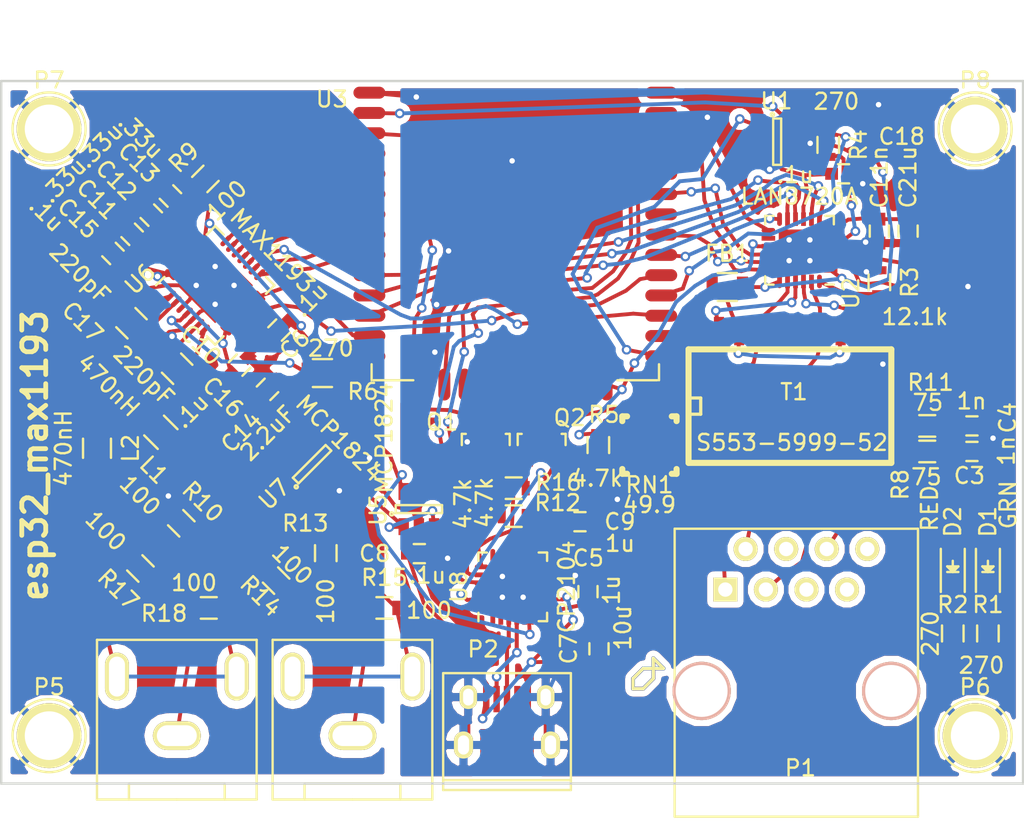
<source format=kicad_pcb>
(kicad_pcb (version 4) (host pcbnew 4.0.2+dfsg1-stable)
  (layers (0 F.Cu signal) (31 B.Cu signal) (34 B.Paste user) (35 F.Paste user) (36 B.SilkS user) (37 F.SilkS user) (38 B.Mask user) (39 F.Mask user) (44 Edge.Cuts user))
  (net 0 "")
  (net 1 GND)
  (net 2 "Net-(C1-Pad2)")
  (net 3 "Net-(C3-Pad1)")
  (net 4 "Net-(C4-Pad1)")
  (net 5 +3V3)
  (net 6 +5V)
  (net 7 "Net-(C9-Pad1)")
  (net 8 VAA)
  (net 9 "Net-(L1-Pad2)")
  (net 10 "Net-(P1-Pad1)")
  (net 11 "Net-(P1-Pad2)")
  (net 12 "Net-(P1-Pad3)")
  (net 13 "Net-(P1-Pad6)")
  (net 14 D-)
  (net 15 D+)
  (net 16 "Net-(P3-Pad1)")
  (net 17 "Net-(RN1-Pad5)")
  (net 18 "Net-(RN1-Pad6)")
  (net 19 "Net-(RN1-Pad7)")
  (net 20 "Net-(RN1-Pad8)")
  (net 21 "Net-(R8-Pad2)")
  (net 22 "Net-(R11-Pad2)")
  (net 23 GP0)
  (net 24 emacclkout)
  (net 25 "Net-(D2-Pad2)")
  (net 26 "Net-(D1-Pad2)")
  (net 27 eRXD1)
  (net 28 eRXD0)
  (net 29 eRXER)
  (net 30 eRXDV)
  (net 31 MDIO)
  (net 32 MDC)
  (net 33 RST)
  (net 34 eTXEN)
  (net 35 eTXD0)
  (net 36 eTXD1)
  (net 37 "Net-(R3-Pad2)")
  (net 38 D0)
  (net 39 D1)
  (net 40 D2)
  (net 41 D3)
  (net 42 D4)
  (net 43 D5)
  (net 44 D6)
  (net 45 ADCCLK)
  (net 46 D7)
  (net 47 GP17)
  (net 48 ADCCLKO)
  (net 49 RTS)
  (net 50 DTR)
  (net 51 "Net-(D1-Pad1)")
  (net 52 "Net-(D2-Pad1)")
  (net 53 "Net-(Q1-Pad1)")
  (net 54 EN)
  (net 55 "Net-(Q2-Pad1)")
  (net 56 VINB+)
  (net 57 VINB-)
  (net 58 "Net-(C11-Pad2)")
  (net 59 "Net-(C12-Pad2)")
  (net 60 "Net-(C13-Pad2)")
  (net 61 VINA+)
  (net 62 VINA-)
  (net 63 "Net-(L2-Pad2)")
  (net 64 "Net-(P4-Pad1)")
  (net 65 "Net-(R9-Pad1)")
  (net 66 DAB)
  (net 67 pRX)
  (net 68 pTX)
  (net 69 "Net-(FB1-Pad1)")
  (module BELFuse-S553 (layer F.Cu) (at 165.4 81.36)
    (fp_text reference T1 (at 0.254 -0.889) (layer F.SilkS))
    (fp_text value S553-5999-52 (at 0.127 2.286) (layer F.SilkS))
    (pad 1 smd rect (at -4.445 4.699) (size 0.635 1.778) (layers F.Cu F.Paste F.Mask) (net 10 "Net-(P1-Pad1)"))
    (pad 2 smd rect (at -3.175 4.699) (size 0.635 1.778) (layers F.Cu F.Paste F.Mask) (net 22 "Net-(R11-Pad2)"))
    (pad 3 smd rect (at -1.905 4.699) (size 0.635 1.778) (layers F.Cu F.Paste F.Mask) (net 11 "Net-(P1-Pad2)"))
    (pad 4 smd rect (at -0.635 4.699) (size 0.635 1.778) (layers F.Cu F.Paste F.Mask))
    (pad 5 smd rect (at 0.635 4.699) (size 0.635 1.778) (layers F.Cu F.Paste F.Mask))
    (pad 6 smd rect (at 1.905 4.699) (size 0.635 1.778) (layers F.Cu F.Paste F.Mask) (net 12 "Net-(P1-Pad3)"))
    (pad 7 smd rect (at 3.175 4.699) (size 0.635 1.778) (layers F.Cu F.Paste F.Mask) (net 21 "Net-(R8-Pad2)"))
    (pad 8 smd rect (at 4.445 4.699) (size 0.635 1.778) (layers F.Cu F.Paste F.Mask) (net 13 "Net-(P1-Pad6)"))
    (pad 9 smd rect (at 4.445 -4.699) (size 0.635 1.778) (layers F.Cu F.Paste F.Mask) (net 17 "Net-(RN1-Pad5)"))
    (pad 10 smd rect (at 3.175 -4.699) (size 0.635 1.778) (layers F.Cu F.Paste F.Mask) (net 69 "Net-(FB1-Pad1)"))
    (pad 11 smd rect (at 1.905 -4.699) (size 0.635 1.778) (layers F.Cu F.Paste F.Mask) (net 18 "Net-(RN1-Pad6)"))
    (pad 12 smd rect (at 0.635 -4.699) (size 0.635 1.778) (layers F.Cu F.Paste F.Mask))
    (pad 13 smd rect (at -0.635 -4.699) (size 0.635 1.778) (layers F.Cu F.Paste F.Mask))
    (pad 14 smd rect (at -1.905 -4.699) (size 0.635 1.778) (layers F.Cu F.Paste F.Mask) (net 19 "Net-(RN1-Pad7)"))
    (pad 15 smd rect (at -3.175 -4.699) (size 0.635 1.778) (layers F.Cu F.Paste F.Mask) (net 69 "Net-(FB1-Pad1)"))
    (pad 16 smd rect (at -4.445 -4.699) (size 0.635 1.778) (layers F.Cu F.Paste F.Mask) (net 20 "Net-(RN1-Pad8)"))
  )
  (module RJ45_8 (layer F.Cu) (at 165.8 99.2)
    (fp_text reference P1 (at 0.254 4.826) (layer F.SilkS))
    (fp_text value CONN_01X08)
    (pad Hole np_thru_hole circle (at 5.93852 0) (size 3.64998 3.64998) (drill 3.2512) (layers *.Cu *.SilkS *.Mask))
    (pad Hole np_thru_hole circle (at -5.9309 0) (size 3.64998 3.64998) (drill 3.2512) (layers *.Cu *.SilkS *.Mask))
    (pad 1 thru_hole rect (at -4.445 -6.35) (size 1.50114 1.50114) (drill 0.89916) (layers *.Cu *.Mask F.SilkS) (net 10 "Net-(P1-Pad1)"))
    (pad 2 thru_hole circle (at -3.175 -8.89) (size 1.50114 1.50114) (drill 0.89916) (layers *.Cu *.Mask F.SilkS) (net 11 "Net-(P1-Pad2)"))
    (pad 3 thru_hole circle (at -1.905 -6.35) (size 1.50114 1.50114) (drill 0.89916) (layers *.Cu *.Mask F.SilkS) (net 12 "Net-(P1-Pad3)"))
    (pad 4 thru_hole circle (at -0.635 -8.89) (size 1.50114 1.50114) (drill 0.89916) (layers *.Cu *.Mask F.SilkS))
    (pad 5 thru_hole circle (at 0.635 -6.35) (size 1.50114 1.50114) (drill 0.89916) (layers *.Cu *.Mask F.SilkS))
    (pad 6 thru_hole circle (at 1.905 -8.89) (size 1.50114 1.50114) (drill 0.89916) (layers *.Cu *.Mask F.SilkS) (net 13 "Net-(P1-Pad6)"))
    (pad 7 thru_hole circle (at 3.175 -6.35) (size 1.50114 1.50114) (drill 0.89916) (layers *.Cu *.Mask F.SilkS))
    (pad 8 thru_hole circle (at 4.445 -8.89) (size 1.50114 1.50114) (drill 0.89916) (layers *.Cu *.Mask F.SilkS))
  )
  (module RCA-PJRAN1X1U02X (layer F.Cu) (at 138 102 180)
    (fp_text reference P3 (at 0 0 180) (layer F.SilkS))
    (fp_text value RCA (at 0 0 180) (layer F.SilkS))
    (pad 1 thru_hole oval (at 0 0 180) (size 3 1.8) (drill oval 2.5 1.3) (layers *.Cu *.Mask F.SilkS) (net 16 "Net-(P3-Pad1)"))
    (pad 3 thru_hole oval (at -3.75 3.7 180) (size 1.5 3) (drill oval 1 2.5) (layers *.Cu *.Mask F.SilkS) (net 57 VINB-))
    (pad 2 thru_hole oval (at 3.75 3.7 180) (size 1.5 3) (drill oval 1 2.5) (layers *.Cu *.Mask F.SilkS) (net 57 VINB-))
  )
  (module ESP32-WROOM (layer F.Cu) (at 148.2 63)
    (fp_text reference U3 (at -11.49 -0.86) (layer F.SilkS))
    (fp_text value ESP32-WROOM)
    (pad 1 smd oval (at -9.14 -1.27) (size 2 0.75) (layers F.Cu F.Paste F.Mask) (net 1 GND))
    (pad 2 smd oval (at -9.14 0) (size 2 0.75) (layers F.Cu F.Paste F.Mask) (net 5 +3V3))
    (pad 3 smd oval (at -9.14 1.27) (size 2 0.75) (layers F.Cu F.Paste F.Mask) (net 54 EN))
    (pad 4 smd oval (at -9.14 2.54) (size 2 0.75) (layers F.Cu F.Paste F.Mask) (net 38 D0))
    (pad 5 smd oval (at -9.14 3.81) (size 2 0.75) (layers F.Cu F.Paste F.Mask) (net 39 D1))
    (pad 6 smd oval (at -9.14 5.08) (size 2 0.75) (layers F.Cu F.Paste F.Mask) (net 40 D2))
    (pad 7 smd oval (at -9.14 6.35) (size 2 0.75) (layers F.Cu F.Paste F.Mask) (net 41 D3))
    (pad 8 smd oval (at -9.14 7.62) (size 2 0.75) (layers F.Cu F.Paste F.Mask) (net 42 D4))
    (pad 9 smd oval (at -9.14 8.89) (size 2 0.75) (layers F.Cu F.Paste F.Mask) (net 43 D5))
    (pad 10 smd oval (at -9.14 10.16) (size 2 0.75) (layers F.Cu F.Paste F.Mask) (net 28 eRXD0))
    (pad 12 smd oval (at -9.14 12.7) (size 2 0.75) (layers F.Cu F.Paste F.Mask) (net 30 eRXDV))
    (pad 13 smd oval (at -9.14 13.97) (size 2 0.75) (layers F.Cu F.Paste F.Mask) (net 44 D6))
    (pad 14 smd oval (at -9.14 15.24) (size 2 0.75) (layers F.Cu F.Paste F.Mask) (net 45 ADCCLK))
    (pad 11 smd oval (at -9.14 11.43) (size 2 0.75) (layers F.Cu F.Paste F.Mask) (net 27 eRXD1))
    (pad 15 smd oval (at -5.715 17.01 90) (size 2 0.75) (layers F.Cu F.Paste F.Mask) (net 1 GND))
    (pad 16 smd oval (at -4.445 17.01 90) (size 2 0.75) (layers F.Cu F.Paste F.Mask) (net 29 eRXER))
    (pad 17 smd oval (at -3.175 17.01 90) (size 2 0.75) (layers F.Cu F.Paste F.Mask))
    (pad 18 smd oval (at -1.905 17.01 90) (size 2 0.75) (layers F.Cu F.Paste F.Mask))
    (pad 19 smd oval (at -0.635 17.01 90) (size 2 0.75) (layers F.Cu F.Paste F.Mask))
    (pad 20 smd oval (at 0.635 17.01 90) (size 2 0.75) (layers F.Cu F.Paste F.Mask))
    (pad 21 smd oval (at 1.905 17.01 90) (size 2 0.75) (layers F.Cu F.Paste F.Mask))
    (pad 22 smd oval (at 3.175 17.01 90) (size 2 0.75) (layers F.Cu F.Paste F.Mask))
    (pad 23 smd oval (at 4.445 17.01 90) (size 2 0.75) (layers F.Cu F.Paste F.Mask))
    (pad 24 smd oval (at 5.715 17.01 90) (size 2 0.75) (layers F.Cu F.Paste F.Mask) (net 33 RST))
    (pad 25 smd oval (at 9.14 15.24) (size 2 0.75) (layers F.Cu F.Paste F.Mask) (net 23 GP0))
    (pad 26 smd oval (at 9.14 13.97) (size 2 0.75) (layers F.Cu F.Paste F.Mask))
    (pad 27 smd oval (at 9.14 12.7) (size 2 0.75) (layers F.Cu F.Paste F.Mask) (net 66 DAB))
    (pad 28 smd oval (at 9.14 11.43) (size 2 0.75) (layers F.Cu F.Paste F.Mask) (net 47 GP17))
    (pad 29 smd oval (at 9.14 10.16) (size 2 0.75) (layers F.Cu F.Paste F.Mask) (net 46 D7))
    (pad 30 smd oval (at 9.14 8.89) (size 2 0.75) (layers F.Cu F.Paste F.Mask) (net 31 MDIO))
    (pad 31 smd oval (at 9.14 7.62) (size 2 0.75) (layers F.Cu F.Paste F.Mask) (net 35 eTXD0))
    (pad 32 smd oval (at 9.14 6.35) (size 2 0.75) (layers F.Cu F.Paste F.Mask))
    (pad 33 smd oval (at 9.14 5.08) (size 2 0.75) (layers F.Cu F.Paste F.Mask) (net 34 eTXEN))
    (pad 34 smd oval (at 9.14 3.81) (size 2 0.75) (layers F.Cu F.Paste F.Mask) (net 67 pRX))
    (pad 35 smd oval (at 9.14 2.54) (size 2 0.75) (layers F.Cu F.Paste F.Mask) (net 68 pTX))
    (pad 36 smd oval (at 9.14 1.27) (size 2 0.75) (layers F.Cu F.Paste F.Mask) (net 36 eTXD1))
    (pad 37 smd oval (at 9.14 0) (size 2 0.75) (layers F.Cu F.Paste F.Mask) (net 32 MDC))
    (pad 38 smd oval (at 9.14 -1.27) (size 2 0.75) (layers F.Cu F.Paste F.Mask) (net 1 GND))
    (pad 1 smd rect (at 0 6.25) (size 4 4) (layers F.Cu F.Paste F.Mask) (net 1 GND))
  )
  (module LED_0805 (layer F.Cu) (at 177.8 91.4 90)
    (fp_text reference D1 (at 2.8 0 90) (layer F.SilkS))
    (fp_text value GRN (at 3.86 1.27 90) (layer F.SilkS))
    (pad 2 smd rect (at 1.04902 0 270) (size 1.19888 1.19888) (layers F.Cu F.Paste F.Mask) (net 26 "Net-(D1-Pad2)"))
    (pad 1 smd rect (at -1.04902 0 270) (size 1.19888 1.19888) (layers F.Cu F.Paste F.Mask) (net 51 "Net-(D1-Pad1)"))
  )
  (module LED_0805 (layer F.Cu) (at 175.6 91.4 90)
    (fp_text reference D2 (at 2.8 0 90) (layer F.SilkS))
    (fp_text value RED (at 3.64 -1.45 90) (layer F.SilkS))
    (pad 2 smd rect (at 1.04902 0 270) (size 1.19888 1.19888) (layers F.Cu F.Paste F.Mask) (net 25 "Net-(D2-Pad2)"))
    (pad 1 smd rect (at -1.04902 0 270) (size 1.19888 1.19888) (layers F.Cu F.Paste F.Mask) (net 52 "Net-(D2-Pad1)"))
  )
  (module R_0603 (layer F.Cu) (at 177.8 95.6 270)
    (fp_text reference R1 (at -1.8 0 360) (layer F.SilkS))
    (fp_text value 270 (at 2 0.4 360) (layer F.SilkS))
    (pad 1 smd rect (at -0.75 0 270) (size 0.5 0.9) (layers F.Cu F.Paste F.Mask) (net 51 "Net-(D1-Pad1)"))
    (pad 2 smd rect (at 0.75 0 270) (size 0.5 0.9) (layers F.Cu F.Paste F.Mask) (net 1 GND))
  )
  (module R_0603 (layer F.Cu) (at 175.6 95.6 270)
    (fp_text reference R2 (at -1.8 0 360) (layer F.SilkS))
    (fp_text value 270 (at 0 1.4 270) (layer F.SilkS))
    (pad 1 smd rect (at -0.75 0 270) (size 0.5 0.9) (layers F.Cu F.Paste F.Mask) (net 52 "Net-(D2-Pad1)"))
    (pad 2 smd rect (at 0.75 0 270) (size 0.5 0.9) (layers F.Cu F.Paste F.Mask) (net 1 GND))
  )
  (module R_0603 (layer F.Cu) (at 171 73.6 270)
    (fp_text reference R3 (at 0 -1.9 270) (layer F.SilkS))
    (fp_text value 12.1k (at 2.17 -2.23 360) (layer F.SilkS))
    (pad 1 smd rect (at -0.75 0 270) (size 0.5 0.9) (layers F.Cu F.Paste F.Mask) (net 1 GND))
    (pad 2 smd rect (at 0.75 0 270) (size 0.5 0.9) (layers F.Cu F.Paste F.Mask) (net 37 "Net-(R3-Pad2)"))
  )
  (module R_0603 (layer F.Cu) (at 167.8 65 270)
    (fp_text reference R4 (at 0 -1.9 270) (layer F.SilkS))
    (fp_text value 270 (at -2.72 -0.51 360) (layer F.SilkS))
    (pad 1 smd rect (at -0.75 0 270) (size 0.5 0.9) (layers F.Cu F.Paste F.Mask) (net 47 GP17))
    (pad 2 smd rect (at 0.75 0 270) (size 0.5 0.9) (layers F.Cu F.Paste F.Mask) (net 24 emacclkout))
  )
  (module R_0603 (layer F.Cu) (at 153.4 83.8 90)
    (fp_text reference R5 (at 1.91 0.35 180) (layer F.SilkS))
    (fp_text value 4.7k (at -2.09 -0.07 180) (layer F.SilkS))
    (pad 1 smd rect (at -0.75 0 90) (size 0.5 0.9) (layers F.Cu F.Paste F.Mask) (net 1 GND))
    (pad 2 smd rect (at 0.75 0 90) (size 0.5 0.9) (layers F.Cu F.Paste F.Mask) (net 33 RST))
  )
  (module R_0603 (layer F.Cu) (at 148.1 88.25 180)
    (fp_text reference R12 (at -2.75 0.83 180) (layer F.SilkS))
    (fp_text value 4.7k (at 1.83 0.85 270) (layer F.SilkS))
    (pad 1 smd rect (at -0.75 0 180) (size 0.5 0.9) (layers F.Cu F.Paste F.Mask) (net 50 DTR))
    (pad 2 smd rect (at 0.75 0 180) (size 0.5 0.9) (layers F.Cu F.Paste F.Mask) (net 53 "Net-(Q1-Pad1)"))
  )
  (module R_0603 (layer F.Cu) (at 148.1 86.5)
    (fp_text reference R16 (at 2.8 -0.36) (layer F.SilkS))
    (fp_text value 4.7k (at -3.18 0.98 90) (layer F.SilkS))
    (pad 1 smd rect (at -0.75 0) (size 0.5 0.9) (layers F.Cu F.Paste F.Mask) (net 49 RTS))
    (pad 2 smd rect (at 0.75 0) (size 0.5 0.9) (layers F.Cu F.Paste F.Mask) (net 55 "Net-(Q2-Pad1)"))
  )
  (module R_0603 (layer F.Cu) (at 174 84.2 180)
    (fp_text reference R8 (at 1.69 -2.08 270) (layer F.SilkS))
    (fp_text value 75 (at 0.05 -1.6 180) (layer F.SilkS))
    (pad 1 smd rect (at -0.75 0 180) (size 0.5 0.9) (layers F.Cu F.Paste F.Mask) (net 3 "Net-(C3-Pad1)"))
    (pad 2 smd rect (at 0.75 0 180) (size 0.5 0.9) (layers F.Cu F.Paste F.Mask) (net 21 "Net-(R8-Pad2)"))
  )
  (module R_0603 (layer F.Cu) (at 174 82.6 180)
    (fp_text reference R11 (at -0.21 2.72 180) (layer F.SilkS))
    (fp_text value 75 (at -0.04 1.46 180) (layer F.SilkS))
    (pad 1 smd rect (at -0.75 0 180) (size 0.5 0.9) (layers F.Cu F.Paste F.Mask) (net 4 "Net-(C4-Pad1)"))
    (pad 2 smd rect (at 0.75 0 180) (size 0.5 0.9) (layers F.Cu F.Paste F.Mask) (net 22 "Net-(R11-Pad2)"))
  )
  (module R_0603 (layer F.Cu) (at 128.79 67.13 45)
    (fp_text reference R9 (at 0 -1.9 45) (layer F.SilkS))
    (fp_text value 100 (at 0 1.9 45) (layer F.SilkS))
    (pad 1 smd rect (at -0.75 0 45) (size 0.5 0.9) (layers F.Cu F.Paste F.Mask) (net 65 "Net-(R9-Pad1)"))
    (pad 2 smd rect (at 0.75 0 45) (size 0.5 0.9) (layers F.Cu F.Paste F.Mask) (net 5 +3V3))
  )
  (module R_0603 (layer F.Cu) (at 127.28 88.7 315)
    (fp_text reference R10 (at 0 -1.9 315) (layer F.SilkS))
    (fp_text value 100 (at -3.061772 0.586899 315) (layer F.SilkS))
    (pad 1 smd rect (at -0.75 0 315) (size 0.5 0.9) (layers F.Cu F.Paste F.Mask) (net 1 GND))
    (pad 2 smd rect (at 0.75 0 315) (size 0.5 0.9) (layers F.Cu F.Paste F.Mask) (net 62 VINA-))
  )
  (module C_0805 (layer F.Cu) (at 127.02 79.02 315)
    (fp_text reference C10 (at 0 -2.1 315) (layer F.SilkS))
    (fp_text value 220pF (at -1.166726 1.774838 315) (layer F.SilkS))
    (pad 1 smd rect (at -1 0 315) (size 1 1.25) (layers F.Cu F.Paste F.Mask) (net 56 VINB+))
    (pad 2 smd rect (at 1 0 315) (size 1 1.25) (layers F.Cu F.Paste F.Mask) (net 57 VINB-))
  )
  (module R_0603 (layer F.Cu) (at 136.33 90.57 270)
    (fp_text reference R13 (at -1.87 1.28 360) (layer F.SilkS))
    (fp_text value 100 (at 3 0 270) (layer F.SilkS))
    (pad 1 smd rect (at -0.75 0 270) (size 0.5 0.9) (layers F.Cu F.Paste F.Mask) (net 1 GND))
    (pad 2 smd rect (at 0.75 0 270) (size 0.5 0.9) (layers F.Cu F.Paste F.Mask) (net 57 VINB-))
  )
  (module R_0603 (layer F.Cu) (at 133.22 92.29 135)
    (fp_text reference R14 (at 0 -1.37 135) (layer F.SilkS))
    (fp_text value 100 (at 0 1.43 135) (layer F.SilkS))
    (pad 1 smd rect (at -0.75 0 135) (size 0.5 0.9) (layers F.Cu F.Paste F.Mask) (net 16 "Net-(P3-Pad1)"))
    (pad 2 smd rect (at 0.75 0 135) (size 0.5 0.9) (layers F.Cu F.Paste F.Mask) (net 9 "Net-(L1-Pad2)"))
  )
  (module R_0603 (layer F.Cu) (at 140 94)
    (fp_text reference R15 (at 0 -1.9) (layer F.SilkS))
    (fp_text value 100 (at 2.8 0.16 180) (layer F.SilkS))
    (pad 1 smd rect (at -0.75 0) (size 0.5 0.9) (layers F.Cu F.Paste F.Mask) (net 16 "Net-(P3-Pad1)"))
    (pad 2 smd rect (at 0.75 0) (size 0.5 0.9) (layers F.Cu F.Paste F.Mask) (net 57 VINB-))
  )
  (module R_0805 (layer F.Cu) (at 136.12 79.29 180)
    (fp_text reference R6 (at -2.54 -1.16 360) (layer F.SilkS))
    (fp_text value 270 (at -0.53 1.55 180) (layer F.SilkS))
    (pad 1 smd rect (at -0.95 0 180) (size 0.7 1.3) (layers F.Cu F.Paste F.Mask) (net 45 ADCCLK))
    (pad 2 smd rect (at 0.95 0 180) (size 0.7 1.3) (layers F.Cu F.Paste F.Mask) (net 48 ADCCLKO))
  )
  (module SOT-23 (layer F.Cu) (at 146.35 83.75)
    (fp_text reference Q1 (at -2.74 -1.38) (layer F.SilkS))
    (fp_text value Q_NPN_BEC)
    (pad 1 smd rect (at -0.95 1.00076) (size 0.8001 0.8001) (layers F.Cu F.Paste F.Mask) (net 53 "Net-(Q1-Pad1)"))
    (pad 2 smd rect (at 0.95 1.00076) (size 0.8001 0.8001) (layers F.Cu F.Paste F.Mask) (net 49 RTS))
    (pad 3 smd rect (at 0 -0.99822) (size 0.8001 0.8001) (layers F.Cu F.Paste F.Mask) (net 54 EN))
  )
  (module SOT-23 (layer F.Cu) (at 149.85 83.75)
    (fp_text reference Q2 (at 1.75 -1.66) (layer F.SilkS))
    (fp_text value Q_NPN_BEC)
    (pad 1 smd rect (at -0.95 1.00076) (size 0.8001 0.8001) (layers F.Cu F.Paste F.Mask) (net 55 "Net-(Q2-Pad1)"))
    (pad 2 smd rect (at 0.95 1.00076) (size 0.8001 0.8001) (layers F.Cu F.Paste F.Mask) (net 50 DTR))
    (pad 3 smd rect (at 0 -0.99822) (size 0.8001 0.8001) (layers F.Cu F.Paste F.Mask) (net 23 GP0))
  )
  (module C_0603 (layer F.Cu) (at 171 70.4 90)
    (fp_text reference C1 (at 2.4 0 90) (layer F.SilkS))
    (fp_text value 1n (at 4.4 0 90) (layer F.SilkS))
    (pad 1 smd rect (at -0.75 0 90) (size 0.8 0.75) (layers F.Cu F.Paste F.Mask) (net 1 GND))
    (pad 2 smd rect (at 0.75 0 90) (size 0.8 0.75) (layers F.Cu F.Paste F.Mask) (net 2 "Net-(C1-Pad2)"))
  )
  (module C_0603 (layer F.Cu) (at 172.8 70.4 90)
    (fp_text reference C2 (at 2.4 0 90) (layer F.SilkS))
    (fp_text value 1u (at 4.4 0 90) (layer F.SilkS))
    (pad 1 smd rect (at -0.75 0 90) (size 0.8 0.75) (layers F.Cu F.Paste F.Mask) (net 1 GND))
    (pad 2 smd rect (at 0.75 0 90) (size 0.8 0.75) (layers F.Cu F.Paste F.Mask) (net 2 "Net-(C1-Pad2)"))
  )
  (module C_0603 (layer F.Cu) (at 176.8 84.2)
    (fp_text reference C3 (at -0.16 1.52) (layer F.SilkS))
    (fp_text value 1n (at 2.16 -0.04 90) (layer F.SilkS))
    (pad 1 smd rect (at -0.75 0) (size 0.8 0.75) (layers F.Cu F.Paste F.Mask) (net 3 "Net-(C3-Pad1)"))
    (pad 2 smd rect (at 0.75 0) (size 0.8 0.75) (layers F.Cu F.Paste F.Mask) (net 1 GND))
  )
  (module C_0603 (layer F.Cu) (at 176.8 82.6)
    (fp_text reference C4 (at 2.24 -0.51 90) (layer F.SilkS))
    (fp_text value 1n (at -0.02 -1.55) (layer F.SilkS))
    (pad 1 smd rect (at -0.75 0) (size 0.8 0.75) (layers F.Cu F.Paste F.Mask) (net 4 "Net-(C4-Pad1)"))
    (pad 2 smd rect (at 0.75 0) (size 0.8 0.75) (layers F.Cu F.Paste F.Mask) (net 1 GND))
  )
  (module C_0603 (layer F.Cu) (at 152.75 92.98 90)
    (fp_text reference C5 (at 2.1 0.02 180) (layer F.SilkS))
    (fp_text value .1u (at -0.14 1.48 90) (layer F.SilkS))
    (pad 1 smd rect (at -0.75 0 90) (size 0.8 0.75) (layers F.Cu F.Paste F.Mask) (net 5 +3V3))
    (pad 2 smd rect (at 0.75 0 90) (size 0.8 0.75) (layers F.Cu F.Paste F.Mask) (net 1 GND))
  )
  (module C_0603 (layer F.Cu) (at 133.4 76.6 225)
    (fp_text reference C6 (at -0.06364 -1.336432 225) (layer F.SilkS))
    (fp_text value .1u (at -2.736503 -0.049497 225) (layer F.SilkS))
    (pad 1 smd rect (at -0.75 0 225) (size 0.8 0.75) (layers F.Cu F.Paste F.Mask) (net 5 +3V3))
    (pad 2 smd rect (at 0.75 0 225) (size 0.8 0.75) (layers F.Cu F.Paste F.Mask) (net 1 GND))
  )
  (module C_0603 (layer F.Cu) (at 153.44 96.56 90)
    (fp_text reference C7 (at 0 -1.9 90) (layer F.SilkS))
    (fp_text value 10u (at 1.31 1.5 90) (layer F.SilkS))
    (pad 1 smd rect (at -0.75 0 90) (size 0.8 0.75) (layers F.Cu F.Paste F.Mask) (net 6 +5V))
    (pad 2 smd rect (at 0.75 0 90) (size 0.8 0.75) (layers F.Cu F.Paste F.Mask) (net 1 GND))
  )
  (module C_0603 (layer F.Cu) (at 142.19 90.6)
    (fp_text reference C8 (at -2.8 0) (layer F.SilkS))
    (fp_text value .1u (at 0.5 1.36) (layer F.SilkS))
    (pad 1 smd rect (at -0.75 0) (size 0.8 0.75) (layers F.Cu F.Paste F.Mask) (net 6 +5V))
    (pad 2 smd rect (at 0.75 0) (size 0.8 0.75) (layers F.Cu F.Paste F.Mask) (net 1 GND))
  )
  (module C_0603 (layer F.Cu) (at 152.25 88.6)
    (fp_text reference C9 (at 2.5 0) (layer F.SilkS))
    (fp_text value 1u (at 2.51 1.37) (layer F.SilkS))
    (pad 1 smd rect (at -0.75 0) (size 0.8 0.75) (layers F.Cu F.Paste F.Mask) (net 7 "Net-(C9-Pad1)"))
    (pad 2 smd rect (at 0.75 0) (size 0.8 0.75) (layers F.Cu F.Paste F.Mask) (net 1 GND))
  )
  (module C_0603 (layer F.Cu) (at 124.2 70.6 315)
    (fp_text reference C11 (at -3.11127 0 315) (layer F.SilkS))
    (fp_text value .33u (at -5.345727 -2.531442 405) (layer F.SilkS))
    (pad 1 smd rect (at -0.75 0 315) (size 0.8 0.75) (layers F.Cu F.Paste F.Mask) (net 1 GND))
    (pad 2 smd rect (at 0.75 0 315) (size 0.8 0.75) (layers F.Cu F.Paste F.Mask) (net 58 "Net-(C11-Pad2)"))
  )
  (module C_0603 (layer F.Cu) (at 125.4 69.4 315)
    (fp_text reference C12 (at -3.11127 0 315) (layer F.SilkS))
    (fp_text value .33u (at -5.416438 2.333452 405) (layer F.SilkS))
    (pad 1 smd rect (at -0.75 0 315) (size 0.8 0.75) (layers F.Cu F.Paste F.Mask) (net 1 GND))
    (pad 2 smd rect (at 0.75 0 315) (size 0.8 0.75) (layers F.Cu F.Paste F.Mask) (net 59 "Net-(C12-Pad2)"))
  )
  (module C_0603 (layer F.Cu) (at 126.6 68.2 315)
    (fp_text reference C13 (at -2.892067 -0.06364 315) (layer F.SilkS))
    (fp_text value .33u (at -3.959798 -1.343503 315) (layer F.SilkS))
    (pad 1 smd rect (at -0.75 0 315) (size 0.8 0.75) (layers F.Cu F.Paste F.Mask) (net 1 GND))
    (pad 2 smd rect (at 0.75 0 315) (size 0.8 0.75) (layers F.Cu F.Paste F.Mask) (net 60 "Net-(C13-Pad2)"))
  )
  (module C_0603 (layer F.Cu) (at 132.68 80.31 45)
    (fp_text reference C14 (at -3.04763 0.756604 45) (layer F.SilkS))
    (fp_text value 2.2uF (at -1.937473 1.951615 45) (layer F.SilkS))
    (pad 1 smd rect (at -0.75 0 45) (size 0.8 0.75) (layers F.Cu F.Paste F.Mask) (net 8 VAA))
    (pad 2 smd rect (at 0.75 0 45) (size 0.8 0.75) (layers F.Cu F.Paste F.Mask) (net 1 GND))
  )
  (module C_0603 (layer F.Cu) (at 123 71.8 135)
    (fp_text reference C15 (at 3.11127 0 135) (layer F.SilkS))
    (fp_text value .1u (at 4.666905 -1.216224 135) (layer F.SilkS))
    (pad 1 smd rect (at -0.75 0 135) (size 0.8 0.75) (layers F.Cu F.Paste F.Mask) (net 8 VAA))
    (pad 2 smd rect (at 0.75 0 135) (size 0.8 0.75) (layers F.Cu F.Paste F.Mask) (net 1 GND))
  )
  (module C_0603 (layer F.Cu) (at 130.93 78.79 45)
    (fp_text reference C16 (at -2.149605 0.678823 135) (layer F.SilkS))
    (fp_text value .1u (at -4.164859 -0.106066 45) (layer F.SilkS))
    (pad 1 smd rect (at -0.75 0 45) (size 0.8 0.75) (layers F.Cu F.Paste F.Mask) (net 8 VAA))
    (pad 2 smd rect (at 0.75 0 45) (size 0.8 0.75) (layers F.Cu F.Paste F.Mask) (net 1 GND))
  )
  (module C_0805 (layer F.Cu) (at 124.16 76.17 135)
    (fp_text reference C17 (at 2.227386 -2.114249 135) (layer F.SilkS))
    (fp_text value 220pF (at 4.490128 -0.077782 135) (layer F.SilkS))
    (pad 1 smd rect (at -1 0 135) (size 1 1.25) (layers F.Cu F.Paste F.Mask) (net 61 VINA+))
    (pad 2 smd rect (at 1 0 135) (size 1 1.25) (layers F.Cu F.Paste F.Mask) (net 62 VINA-))
  )
  (module R_0805 (layer F.Cu) (at 126 83 315)
    (fp_text reference L1 (at 1.357645 1.979899 315) (layer F.SilkS))
    (fp_text value 470nH (at -4.405275 0.247487 315) (layer F.SilkS))
    (pad 1 smd rect (at -0.95 0 315) (size 0.7 1.3) (layers F.Cu F.Paste F.Mask) (net 56 VINB+))
    (pad 2 smd rect (at 0.95 0 315) (size 0.7 1.3) (layers F.Cu F.Paste F.Mask) (net 9 "Net-(L1-Pad2)"))
  )
  (module R_0805 (layer F.Cu) (at 122 84 270)
    (fp_text reference L2 (at 0 -2.1 270) (layer F.SilkS))
    (fp_text value 470nH (at 0 2.1 270) (layer F.SilkS))
    (pad 1 smd rect (at -0.95 0 270) (size 0.7 1.3) (layers F.Cu F.Paste F.Mask) (net 61 VINA+))
    (pad 2 smd rect (at 0.95 0 270) (size 0.7 1.3) (layers F.Cu F.Paste F.Mask) (net 63 "Net-(L2-Pad2)"))
  )
  (module USB_Micro-B_10103594-0001LF (layer F.Cu) (at 147.68 101.21)
    (fp_text reference P2 (at -1.5 -4.625) (layer F.SilkS))
    (fp_text value CONN_01X07)
    (pad 1 smd rect (at -1.3 -1.5 90) (size 1.65 0.4) (layers F.Cu F.Paste F.Mask) (net 6 +5V))
    (pad 2 smd rect (at -0.65 -1.5 90) (size 1.65 0.4) (layers F.Cu F.Paste F.Mask) (net 14 D-))
    (pad 3 smd rect (at -0.0009 -1.5 90) (size 1.65 0.4) (layers F.Cu F.Paste F.Mask) (net 15 D+))
    (pad 4 smd rect (at 0.65 -1.5 90) (size 1.65 0.4) (layers F.Cu F.Paste F.Mask))
    (pad 5 smd rect (at 1.3 -1.5 90) (size 1.65 0.4) (layers F.Cu F.Paste F.Mask) (net 1 GND))
    (pad 6 thru_hole oval (at -2.425 -1.625 90) (size 1.5 1.1) (drill oval 1.05 0.65) (layers *.Cu *.Mask F.SilkS) (net 1 GND))
    (pad 6 thru_hole oval (at 2.425 -1.625 90) (size 1.5 1.1) (drill oval 1.05 0.65) (layers *.Cu *.Mask F.SilkS) (net 1 GND))
    (pad 6 thru_hole oval (at -2.725 1.375 90) (size 1.7 1.2) (drill oval 1.2 0.7) (layers *.Cu *.Mask F.SilkS) (net 1 GND))
    (pad 6 thru_hole oval (at 2.725 1.375 90) (size 1.7 1.2) (drill oval 1.2 0.7) (layers *.Cu *.Mask F.SilkS) (net 1 GND))
    (pad 6 smd rect (at -0.9625 1.625 90) (size 2.5 1.425) (layers F.Cu F.Paste F.Mask) (net 1 GND))
    (pad 6 smd rect (at 0.9625 1.625 90) (size 2.5 1.425) (layers F.Cu F.Paste F.Mask) (net 1 GND))
  )
  (module RCA-PJRAN1X1U02X (layer F.Cu) (at 127 102 180)
    (fp_text reference P4 (at 0 0 180) (layer F.SilkS))
    (fp_text value RCA (at 0 0 180) (layer F.SilkS))
    (pad 1 thru_hole oval (at 0 0 180) (size 3 1.8) (drill oval 2.5 1.3) (layers *.Cu *.Mask F.SilkS) (net 64 "Net-(P4-Pad1)"))
    (pad 3 thru_hole oval (at -3.75 3.7 180) (size 1.5 3) (drill oval 1 2.5) (layers *.Cu *.Mask F.SilkS) (net 62 VINA-))
    (pad 2 thru_hole oval (at 3.75 3.7 180) (size 1.5 3) (drill oval 1 2.5) (layers *.Cu *.Mask F.SilkS) (net 62 VINA-))
  )
  (module R_0603 (layer F.Cu) (at 124.72 91.53 135)
    (fp_text reference R17 (at 0.056569 -1.909188 315) (layer F.SilkS))
    (fp_text value 100 (at 3.196123 0.127279 135) (layer F.SilkS))
    (pad 1 smd rect (at -0.75 0 135) (size 0.5 0.9) (layers F.Cu F.Paste F.Mask) (net 64 "Net-(P4-Pad1)"))
    (pad 2 smd rect (at 0.75 0 135) (size 0.5 0.9) (layers F.Cu F.Paste F.Mask) (net 63 "Net-(L2-Pad2)"))
  )
  (module R_0603 (layer F.Cu) (at 129 94)
    (fp_text reference R18 (at -2.8 0.35) (layer F.SilkS))
    (fp_text value 100 (at -0.92 -1.57) (layer F.SilkS))
    (pad 1 smd rect (at -0.75 0) (size 0.5 0.9) (layers F.Cu F.Paste F.Mask) (net 64 "Net-(P4-Pad1)"))
    (pad 2 smd rect (at 0.75 0) (size 0.5 0.9) (layers F.Cu F.Paste F.Mask) (net 62 VINA-))
  )
  (module NETWORK1206 (layer F.Cu) (at 156.6 83.8 270)
    (fp_text reference RN1 (at 2.5 0 360) (layer F.SilkS))
    (fp_text value 49.9 (at 3.74 0 360) (layer F.SilkS))
    (pad 1 smd rect (at -1.2 0.93 270) (size 0.4 1) (layers F.Cu F.Paste F.Mask) (net 69 "Net-(FB1-Pad1)"))
    (pad 2 smd rect (at -0.4 0.93 270) (size 0.4 1) (layers F.Cu F.Paste F.Mask) (net 69 "Net-(FB1-Pad1)"))
    (pad 3 smd rect (at 0.4 0.93 270) (size 0.4 1) (layers F.Cu F.Paste F.Mask) (net 69 "Net-(FB1-Pad1)"))
    (pad 4 smd rect (at 1.2 0.93 270) (size 0.4 1) (layers F.Cu F.Paste F.Mask) (net 69 "Net-(FB1-Pad1)"))
    (pad 5 smd rect (at 1.2 -0.93 270) (size 0.4 1) (layers F.Cu F.Paste F.Mask) (net 17 "Net-(RN1-Pad5)"))
    (pad 6 smd rect (at 0.4 -0.93 270) (size 0.4 1) (layers F.Cu F.Paste F.Mask) (net 18 "Net-(RN1-Pad6)"))
    (pad 7 smd rect (at -0.4 -0.93 270) (size 0.4 1) (layers F.Cu F.Paste F.Mask) (net 19 "Net-(RN1-Pad7)"))
    (pad 8 smd rect (at -1.2 -0.93 270) (size 0.4 1) (layers F.Cu F.Paste F.Mask) (net 20 "Net-(RN1-Pad8)"))
  )
  (module SOT-23-5 (layer F.Cu) (at 164.6 64.8)
    (fp_text reference U1 (at -0.05 -2.55) (layer F.SilkS))
    (fp_text value NOR-NC7SZ02P5X)
    (pad 1 smd rect (at -1.1 -0.95) (size 1.06 0.65) (layers F.Cu F.Paste F.Mask) (net 23 GP0))
    (pad 2 smd rect (at -1.1 0) (size 1.06 0.65) (layers F.Cu F.Paste F.Mask) (net 1 GND))
    (pad 3 smd rect (at -1.1 0.95) (size 1.06 0.65) (layers F.Cu F.Paste F.Mask) (net 1 GND))
    (pad 4 smd rect (at 1.1 0.95) (size 1.06 0.65) (layers F.Cu F.Paste F.Mask) (net 24 emacclkout))
    (pad 5 smd rect (at 1.1 -0.95) (size 1.06 0.65) (layers F.Cu F.Paste F.Mask) (net 5 +3V3))
  )
  (module Housings_DFN_QFN:QFN-24-1EP_4x4mm_Pitch0.5mm (layer F.Cu) (at 166 71.6 180)
    (fp_text reference U2 (at -3.22 -2.69 270) (layer F.SilkS))
    (fp_text value LAN8720A (at 0 3.375 180) (layer F.SilkS))
    (pad 1 smd rect (at -1.95 -1.25 180) (size 0.85 0.3) (layers F.Cu F.Paste F.Mask) (net 5 +3V3))
    (pad 2 smd rect (at -1.95 -0.75 180) (size 0.85 0.3) (layers F.Cu F.Paste F.Mask) (net 25 "Net-(D2-Pad2)"))
    (pad 3 smd rect (at -1.95 -0.25 180) (size 0.85 0.3) (layers F.Cu F.Paste F.Mask) (net 26 "Net-(D1-Pad2)"))
    (pad 4 smd rect (at -1.95 0.25 180) (size 0.85 0.3) (layers F.Cu F.Paste F.Mask))
    (pad 5 smd rect (at -1.95 0.75 180) (size 0.85 0.3) (layers F.Cu F.Paste F.Mask) (net 24 emacclkout))
    (pad 6 smd oval (at -1.95 1.25 180) (size 0.85 0.3) (layers F.Cu F.Paste F.Mask) (net 2 "Net-(C1-Pad2)"))
    (pad 7 smd oval (at -1.25 1.95 270) (size 0.85 0.3) (layers F.Cu F.Paste F.Mask) (net 27 eRXD1))
    (pad 8 smd rect (at -0.75 1.95 270) (size 0.85 0.3) (layers F.Cu F.Paste F.Mask) (net 28 eRXD0))
    (pad 9 smd rect (at -0.25 1.95 270) (size 0.85 0.3) (layers F.Cu F.Paste F.Mask) (net 5 +3V3))
    (pad 10 smd rect (at 0.25 1.95 270) (size 0.85 0.3) (layers F.Cu F.Paste F.Mask) (net 29 eRXER))
    (pad 11 smd rect (at 0.75 1.95 270) (size 0.85 0.3) (layers F.Cu F.Paste F.Mask) (net 30 eRXDV))
    (pad 12 smd oval (at 1.25 1.95 270) (size 0.85 0.3) (layers F.Cu F.Paste F.Mask) (net 31 MDIO))
    (pad 13 smd oval (at 1.95 1.25 180) (size 0.85 0.3) (layers F.Cu F.Paste F.Mask) (net 32 MDC))
    (pad 14 smd rect (at 1.95 0.75 180) (size 0.85 0.3) (layers F.Cu F.Paste F.Mask))
    (pad 15 smd rect (at 1.95 0.25 180) (size 0.85 0.3) (layers F.Cu F.Paste F.Mask) (net 33 RST))
    (pad 16 smd rect (at 1.95 -0.25 180) (size 0.85 0.3) (layers F.Cu F.Paste F.Mask) (net 34 eTXEN))
    (pad 17 smd rect (at 1.95 -0.75 180) (size 0.85 0.3) (layers F.Cu F.Paste F.Mask) (net 35 eTXD0))
    (pad 18 smd oval (at 1.95 -1.25 180) (size 0.85 0.3) (layers F.Cu F.Paste F.Mask) (net 36 eTXD1))
    (pad 19 smd oval (at 1.25 -1.95 270) (size 0.85 0.3) (layers F.Cu F.Paste F.Mask) (net 5 +3V3))
    (pad 20 smd rect (at 0.75 -1.95 270) (size 0.85 0.3) (layers F.Cu F.Paste F.Mask) (net 19 "Net-(RN1-Pad7)"))
    (pad 21 smd rect (at 0.25 -1.95 270) (size 0.85 0.3) (layers F.Cu F.Paste F.Mask) (net 20 "Net-(RN1-Pad8)"))
    (pad 22 smd rect (at -0.25 -1.95 270) (size 0.85 0.3) (layers F.Cu F.Paste F.Mask) (net 17 "Net-(RN1-Pad5)"))
    (pad 23 smd rect (at -0.75 -1.95 270) (size 0.85 0.3) (layers F.Cu F.Paste F.Mask) (net 18 "Net-(RN1-Pad6)"))
    (pad 24 smd oval (at -1.25 -1.95 270) (size 0.85 0.3) (layers F.Cu F.Paste F.Mask) (net 37 "Net-(R3-Pad2)"))
    (pad 25 smd rect (at 0.65 0.65 180) (size 1.3 1.3) (layers F.Cu F.Paste F.Mask) (net 1 GND))
    (pad 25 smd rect (at 0.65 -0.65 180) (size 1.3 1.3) (layers F.Cu F.Paste F.Mask) (net 1 GND))
    (pad 25 smd rect (at -0.65 0.65 180) (size 1.3 1.3) (layers F.Cu F.Paste F.Mask) (net 1 GND))
    (pad 25 smd rect (at -0.65 -0.65 180) (size 1.3 1.3) (layers F.Cu F.Paste F.Mask) (net 1 GND))
  )
  (module SOT-23-5 (layer F.Cu) (at 142.16 87.81 90)
    (fp_text reference U5 (at -0.05 -2.55 90) (layer F.SilkS))
    (fp_text value MCP1824 (at 4.45 -2.17 90) (layer F.SilkS))
    (pad 1 smd rect (at -1.1 -0.95 90) (size 1.06 0.65) (layers F.Cu F.Paste F.Mask) (net 6 +5V))
    (pad 2 smd rect (at -1.1 0 90) (size 1.06 0.65) (layers F.Cu F.Paste F.Mask) (net 1 GND))
    (pad 3 smd rect (at -1.1 0.95 90) (size 1.06 0.65) (layers F.Cu F.Paste F.Mask) (net 6 +5V))
    (pad 4 smd rect (at 1.1 0.95 90) (size 1.06 0.65) (layers F.Cu F.Paste F.Mask))
    (pad 5 smd rect (at 1.1 -0.95 90) (size 1.06 0.65) (layers F.Cu F.Paste F.Mask) (net 5 +3V3))
  )
  (module QFN-28-1EP_5x5mm_Pitch0.5mm (layer F.Cu) (at 129.4 73.8 45)
    (fp_text reference U6 (at -3.033488 -3.599174 45) (layer F.SilkS))
    (fp_text value MAX1193 (at 4.072935 1.004092 135) (layer F.SilkS))
    (pad 1 smd oval (at -2.45 -1.5 45) (size 0.85 0.3) (layers F.Cu F.Paste F.Mask) (net 62 VINA-))
    (pad 2 smd oval (at -2.45 -1 45) (size 0.85 0.3) (layers F.Cu F.Paste F.Mask) (net 61 VINA+))
    (pad 3 smd oval (at -2.45 -0.5 45) (size 0.85 0.3) (layers F.Cu F.Paste F.Mask) (net 1 GND))
    (pad 4 smd oval (at -2.45 0 45) (size 0.85 0.3) (layers F.Cu F.Paste F.Mask) (net 48 ADCCLKO))
    (pad 5 smd oval (at -2.45 0.5 45) (size 0.85 0.3) (layers F.Cu F.Paste F.Mask) (net 1 GND))
    (pad 6 smd oval (at -2.45 1 45) (size 0.85 0.3) (layers F.Cu F.Paste F.Mask) (net 56 VINB+))
    (pad 7 smd oval (at -2.45 1.5 45) (size 0.85 0.3) (layers F.Cu F.Paste F.Mask) (net 57 VINB-))
    (pad 8 smd oval (at -1.5 2.45 135) (size 0.85 0.3) (layers F.Cu F.Paste F.Mask) (net 8 VAA))
    (pad 9 smd oval (at -1 2.45 135) (size 0.85 0.3) (layers F.Cu F.Paste F.Mask) (net 8 VAA))
    (pad 10 smd oval (at -0.5 2.45 135) (size 0.85 0.3) (layers F.Cu F.Paste F.Mask) (net 1 GND))
    (pad 11 smd oval (at 0 2.45 135) (size 0.85 0.3) (layers F.Cu F.Paste F.Mask) (net 1 GND))
    (pad 12 smd oval (at 0.5 2.45 135) (size 0.85 0.3) (layers F.Cu F.Paste F.Mask) (net 5 +3V3))
    (pad 13 smd oval (at 1 2.45 135) (size 0.85 0.3) (layers F.Cu F.Paste F.Mask) (net 46 D7))
    (pad 14 smd oval (at 1.5 2.45 135) (size 0.85 0.3) (layers F.Cu F.Paste F.Mask) (net 44 D6))
    (pad 15 smd oval (at 2.45 1.5 45) (size 0.85 0.3) (layers F.Cu F.Paste F.Mask) (net 43 D5))
    (pad 16 smd oval (at 2.45 1 45) (size 0.85 0.3) (layers F.Cu F.Paste F.Mask) (net 42 D4))
    (pad 17 smd oval (at 2.45 0.5 45) (size 0.85 0.3) (layers F.Cu F.Paste F.Mask) (net 66 DAB))
    (pad 18 smd oval (at 2.45 0 45) (size 0.85 0.3) (layers F.Cu F.Paste F.Mask) (net 41 D3))
    (pad 19 smd oval (at 2.45 -0.5 45) (size 0.85 0.3) (layers F.Cu F.Paste F.Mask) (net 40 D2))
    (pad 20 smd oval (at 2.45 -1 45) (size 0.85 0.3) (layers F.Cu F.Paste F.Mask) (net 39 D1))
    (pad 21 smd oval (at 2.45 -1.5 45) (size 0.85 0.3) (layers F.Cu F.Paste F.Mask) (net 38 D0))
    (pad 22 smd oval (at 1.5 -2.45 135) (size 0.85 0.3) (layers F.Cu F.Paste F.Mask) (net 5 +3V3))
    (pad 23 smd oval (at 1 -2.45 135) (size 0.85 0.3) (layers F.Cu F.Paste F.Mask) (net 5 +3V3))
    (pad 24 smd oval (at 0.5 -2.45 135) (size 0.85 0.3) (layers F.Cu F.Paste F.Mask) (net 65 "Net-(R9-Pad1)"))
    (pad 25 smd oval (at 0 -2.45 135) (size 0.85 0.3) (layers F.Cu F.Paste F.Mask) (net 60 "Net-(C13-Pad2)"))
    (pad 26 smd oval (at -0.5 -2.45 135) (size 0.85 0.3) (layers F.Cu F.Paste F.Mask) (net 59 "Net-(C12-Pad2)"))
    (pad 27 smd oval (at -1 -2.45 135) (size 0.85 0.3) (layers F.Cu F.Paste F.Mask) (net 58 "Net-(C11-Pad2)"))
    (pad 28 smd oval (at -1.5 -2.45 135) (size 0.85 0.3) (layers F.Cu F.Paste F.Mask) (net 8 VAA))
    (pad 29 smd rect (at 0.8375 0.8375 45) (size 1.675 1.675) (layers F.Cu F.Paste F.Mask) (net 1 GND))
    (pad 29 smd rect (at 0.8375 -0.8375 45) (size 1.675 1.675) (layers F.Cu F.Paste F.Mask) (net 1 GND))
    (pad 29 smd rect (at -0.8375 0.8375 45) (size 1.675 1.675) (layers F.Cu F.Paste F.Mask) (net 1 GND))
    (pad 29 smd rect (at -0.8375 -0.8375 45) (size 1.675 1.675) (layers F.Cu F.Paste F.Mask) (net 1 GND))
  )
  (module SOT-23-5 (layer F.Cu) (at 135.47 85 135)
    (fp_text reference U7 (at 0.339411 -3.012275 225) (layer F.SilkS))
    (fp_text value MCP1824 (at -0.05 2.35 135) (layer F.SilkS))
    (pad 1 smd rect (at -1.1 -0.95 135) (size 1.06 0.65) (layers F.Cu F.Paste F.Mask) (net 6 +5V))
    (pad 2 smd rect (at -1.1 0 135) (size 1.06 0.65) (layers F.Cu F.Paste F.Mask) (net 1 GND))
    (pad 3 smd rect (at -1.1 0.95 135) (size 1.06 0.65) (layers F.Cu F.Paste F.Mask) (net 6 +5V))
    (pad 4 smd rect (at 1.1 0.95 135) (size 1.06 0.65) (layers F.Cu F.Paste F.Mask))
    (pad 5 smd rect (at 1.1 -0.95 135) (size 1.06 0.65) (layers F.Cu F.Paste F.Mask) (net 8 VAA))
  )
  (module Housings_DFN_QFN:QFN-24-1EP_4x4mm_Pitch0.5mm (layer F.Cu) (at 148.04 92.68 90)
    (fp_text reference U8 (at 0 -3.375 90) (layer F.SilkS))
    (fp_text value CP2104 (at 0 3.375 90) (layer F.SilkS))
    (pad 1 smd oval (at -1.95 -1.25 90) (size 0.85 0.3) (layers F.Cu F.Paste F.Mask))
    (pad 2 smd rect (at -1.95 -0.75 90) (size 0.85 0.3) (layers F.Cu F.Paste F.Mask) (net 1 GND))
    (pad 3 smd rect (at -1.95 -0.25 90) (size 0.85 0.3) (layers F.Cu F.Paste F.Mask) (net 15 D+))
    (pad 4 smd rect (at -1.95 0.25 90) (size 0.85 0.3) (layers F.Cu F.Paste F.Mask) (net 14 D-))
    (pad 5 smd rect (at -1.95 0.75 90) (size 0.85 0.3) (layers F.Cu F.Paste F.Mask) (net 5 +3V3))
    (pad 6 smd oval (at -1.95 1.25 90) (size 0.85 0.3) (layers F.Cu F.Paste F.Mask) (net 5 +3V3))
    (pad 7 smd oval (at -1.25 1.95 180) (size 0.85 0.3) (layers F.Cu F.Paste F.Mask) (net 5 +3V3))
    (pad 8 smd rect (at -0.75 1.95 180) (size 0.85 0.3) (layers F.Cu F.Paste F.Mask) (net 6 +5V))
    (pad 9 smd rect (at -0.25 1.95 180) (size 0.85 0.3) (layers F.Cu F.Paste F.Mask))
    (pad 10 smd rect (at 0.25 1.95 180) (size 0.85 0.3) (layers F.Cu F.Paste F.Mask))
    (pad 11 smd rect (at 0.75 1.95 180) (size 0.85 0.3) (layers F.Cu F.Paste F.Mask))
    (pad 12 smd oval (at 1.25 1.95 180) (size 0.85 0.3) (layers F.Cu F.Paste F.Mask))
    (pad 13 smd oval (at 1.95 1.25 90) (size 0.85 0.3) (layers F.Cu F.Paste F.Mask))
    (pad 14 smd rect (at 1.95 0.75 90) (size 0.85 0.3) (layers F.Cu F.Paste F.Mask))
    (pad 15 smd rect (at 1.95 0.25 90) (size 0.85 0.3) (layers F.Cu F.Paste F.Mask))
    (pad 16 smd rect (at 1.95 -0.25 90) (size 0.85 0.3) (layers F.Cu F.Paste F.Mask) (net 7 "Net-(C9-Pad1)"))
    (pad 17 smd rect (at 1.95 -0.75 90) (size 0.85 0.3) (layers F.Cu F.Paste F.Mask))
    (pad 18 smd oval (at 1.95 -1.25 90) (size 0.85 0.3) (layers F.Cu F.Paste F.Mask))
    (pad 19 smd oval (at 1.25 -1.95 180) (size 0.85 0.3) (layers F.Cu F.Paste F.Mask) (net 49 RTS))
    (pad 20 smd rect (at 0.75 -1.95 180) (size 0.85 0.3) (layers F.Cu F.Paste F.Mask) (net 68 pTX))
    (pad 21 smd rect (at 0.25 -1.95 180) (size 0.85 0.3) (layers F.Cu F.Paste F.Mask) (net 67 pRX))
    (pad 22 smd rect (at -0.25 -1.95 180) (size 0.85 0.3) (layers F.Cu F.Paste F.Mask))
    (pad 23 smd rect (at -0.75 -1.95 180) (size 0.85 0.3) (layers F.Cu F.Paste F.Mask) (net 50 DTR))
    (pad 24 smd oval (at -1.25 -1.95 180) (size 0.85 0.3) (layers F.Cu F.Paste F.Mask))
    (pad 25 smd rect (at 0.65 0.65 90) (size 1.3 1.3) (layers F.Cu F.Paste F.Mask) (net 1 GND))
    (pad 25 smd rect (at 0.65 -0.65 90) (size 1.3 1.3) (layers F.Cu F.Paste F.Mask) (net 1 GND))
    (pad 25 smd rect (at -0.65 0.65 90) (size 1.3 1.3) (layers F.Cu F.Paste F.Mask) (net 1 GND))
    (pad 25 smd rect (at -0.65 -0.65 90) (size 1.3 1.3) (layers F.Cu F.Paste F.Mask) (net 1 GND))
  )
  (module R_0805 (layer F.Cu) (at 161.48 73.9)
    (fp_text reference FB1 (at 0 -2.1) (layer F.SilkS))
    (fp_text value FB)
    (pad 1 smd rect (at -0.95 0) (size 0.7 1.3) (layers F.Cu F.Paste F.Mask) (net 69 "Net-(FB1-Pad1)"))
    (pad 2 smd rect (at 0.95 0) (size 0.7 1.3) (layers F.Cu F.Paste F.Mask) (net 5 +3V3))
  )
  (module C_0603 (layer F.Cu) (at 168.76 66.81)
    (fp_text reference C18 (at 3.64 -2.335) (layer F.SilkS))
    (fp_text value .1u (at -3.035 0.065) (layer F.SilkS))
    (pad 1 smd rect (at -0.75 0) (size 0.8 0.75) (layers F.Cu F.Paste F.Mask) (net 5 +3V3))
    (pad 2 smd rect (at 0.75 0) (size 0.8 0.75) (layers F.Cu F.Paste F.Mask) (net 1 GND))
  )
  (module 1pin (layer F.Cu) (at 119 102)
    (fp_text reference P5 (at 0 -3.048) (layer F.SilkS))
    (fp_text value ~)
    (pad 1 thru_hole circle (at 0 0) (size 4.064 4.064) (drill 3.048) (layers *.Cu *.Mask F.SilkS) (net 1 GND))
  )
  (module 1pin (layer F.Cu) (at 177 102)
    (fp_text reference P6 (at 0 -3.048) (layer F.SilkS))
    (fp_text value ~)
    (pad 1 thru_hole circle (at 0 0) (size 4.064 4.064) (drill 3.048) (layers *.Cu *.Mask F.SilkS) (net 1 GND))
  )
  (module 1pin (layer F.Cu) (at 119 64)
    (fp_text reference P7 (at 0 -3.048) (layer F.SilkS))
    (fp_text value ~)
    (pad 1 thru_hole circle (at 0 0) (size 4.064 4.064) (drill 3.048) (layers *.Cu *.Mask F.SilkS) (net 1 GND))
  )
  (module 1pin (layer F.Cu) (at 177 64)
    (fp_text reference P8 (at 0 -3.048) (layer F.SilkS))
    (fp_text value ~)
    (pad 1 thru_hole circle (at 0 0) (size 4.064 4.064) (drill 3.048) (layers *.Cu *.Mask F.SilkS) (net 1 GND))
  )
  (gr_line (start 155.575 99.06) (end 155.575 98.425) (angle 90) (layer F.SilkS) (width 0.2))
  (gr_line (start 156.21 99.06) (end 155.575 99.06) (angle 90) (layer F.SilkS) (width 0.2))
  (gr_line (start 156.845 98.425) (end 156.21 99.06) (angle 90) (layer F.SilkS) (width 0.2))
  (gr_line (start 156.845 97.155) (end 156.845 98.425) (angle 90) (layer F.SilkS) (width 0.2))
  (gr_line (start 157.48 97.79) (end 156.845 97.155) (angle 90) (layer F.SilkS) (width 0.2))
  (gr_line (start 156.21 97.79) (end 157.48 97.79) (angle 90) (layer F.SilkS) (width 0.2))
  (gr_line (start 155.575 98.425) (end 156.21 97.79) (angle 90) (layer F.SilkS) (width 0.2))
  (gr_text esp32_max1193 (at 118.11 84.455 90) (layer F.SilkS) (effects (font (size 1.5 1.5) (thickness 0.3))))
  (gr_line (start 116 105) (end 116 61) (angle 90) (layer Edge.Cuts) (width 0.15))
  (gr_line (start 180 105) (end 116 105) (angle 90) (layer Edge.Cuts) (width 0.15))
  (gr_line (start 180 61) (end 180 105) (angle 90) (layer Edge.Cuts) (width 0.15))
  (gr_line (start 116 61) (end 180 61) (angle 90) (layer Edge.Cuts) (width 0.15))
  (segment (start 155.575 99.06) (end 155.575 98.425) (width 0.2413) (layer B.Cu) (net 0))
  (segment (start 155.575 98.425) (end 156.21 97.79) (width 0.2413) (layer B.Cu) (net 0))
  (segment (start 156.21 97.79) (end 157.48 97.79) (width 0.2413) (layer B.Cu) (net 0))
  (segment (start 157.48 97.79) (end 156.845 97.155) (width 0.2413) (layer B.Cu) (net 0))
  (segment (start 156.845 97.155) (end 156.845 98.425) (width 0.2413) (layer B.Cu) (net 0))
  (segment (start 156.845 98.425) (end 156.21 99.06) (width 0.2413) (layer B.Cu) (net 0))
  (segment (start 156.21 99.06) (end 155.575 99.06) (width 0.2413) (layer B.Cu) (net 0))
  (segment (start 155.575 99.06) (end 155.575 98.425) (width 0.2413) (layer F.Cu) (net 0))
  (segment (start 155.575 98.425) (end 156.21 97.79) (width 0.2413) (layer F.Cu) (net 0))
  (segment (start 156.21 97.79) (end 157.48 97.79) (width 0.2413) (layer F.Cu) (net 0))
  (segment (start 157.48 97.79) (end 156.845 97.155) (width 0.2413) (layer F.Cu) (net 0))
  (segment (start 156.845 97.155) (end 156.845 98.425) (width 0.2413) (layer F.Cu) (net 0))
  (segment (start 156.845 98.425) (end 156.21 99.06) (width 0.2413) (layer F.Cu) (net 0))
  (segment (start 156.21 99.06) (end 155.575 99.06) (width 0.2413) (layer F.Cu) (net 0))
  (segment (start 148.98 99.71) (end 150.105 99.585) (width 0.2413) (layer F.Cu) (net 1))
  (segment (start 139.06 61.73) (end 142 62) (width 0.2413) (layer F.Cu) (net 1))
  (via (at 142 62) (size 0.6) (drill 0.3429) (layers F.Cu B.Cu) (net 1))
  (segment (start 171.22 78.73) (end 176.55 73.87) (width 0.2413) (layer B.Cu) (net 1))
  (via (at 176.55 73.87) (size 0.6) (drill 0.3429) (layers F.Cu B.Cu) (net 1))
  (segment (start 176.55 73.87) (end 176.55 73.85) (width 0.2413) (layer F.Cu) (net 1))
  (segment (start 153.4 84.55) (end 154.59 87.2) (width 0.2413) (layer F.Cu) (net 1))
  (via (at 154.59 87.2) (size 0.6) (drill 0.3429) (layers F.Cu B.Cu) (net 1))
  (segment (start 154.59 87.2) (end 170.55 80.1) (width 0.2413) (layer B.Cu) (net 1))
  (segment (start 170.55 80.1) (end 171.22 78.73) (width 0.2413) (layer B.Cu) (net 1))
  (via (at 171.22 78.73) (size 0.6) (drill 0.3429) (layers F.Cu B.Cu) (net 1))
  (segment (start 171.22 78.73) (end 171.13 78.76) (width 0.2413) (layer F.Cu) (net 1))
  (segment (start 153.4 84.55) (end 151.71 84.04) (width 0.2413) (layer F.Cu) (net 1))
  (segment (start 151.71 84.04) (end 151.12 83.66) (width 0.2413) (layer F.Cu) (net 1))
  (segment (start 151.12 83.66) (end 146.47 83.8) (width 0.2413) (layer F.Cu) (net 1))
  (segment (start 146.47 83.8) (end 145.19 83.6) (width 0.2413) (layer F.Cu) (net 1))
  (via (at 145.19 83.6) (size 0.6) (drill 0.3429) (layers F.Cu B.Cu) (net 1))
  (segment (start 145.19 83.6) (end 145.17 83.6) (width 0.2413) (layer B.Cu) (net 1))
  (segment (start 142.485 80.01) (end 143.16 77.98) (width 0.2413) (layer F.Cu) (net 1))
  (via (at 143.16 77.98) (size 0.6) (drill 0.3429) (layers F.Cu B.Cu) (net 1))
  (segment (start 177.55 83.32) (end 178.12 83.37) (width 0.2413) (layer F.Cu) (net 1))
  (via (at 178.12 83.37) (size 0.6) (drill 0.3429) (layers F.Cu B.Cu) (net 1))
  (segment (start 178.12 83.37) (end 178.15 83.37) (width 0.2413) (layer B.Cu) (net 1))
  (segment (start 166.67 64.9) (end 168.97 62.51) (width 0.2413) (layer B.Cu) (net 1))
  (segment (start 168.97 62.51) (end 170.95 62.48) (width 0.2413) (layer B.Cu) (net 1))
  (via (at 170.95 62.48) (size 0.6) (drill 0.3429) (layers F.Cu B.Cu) (net 1))
  (segment (start 160.70237 63.303042) (end 160.23 63.27) (width 0.2413) (layer F.Cu) (net 1))
  (via (at 160.23 63.27) (size 0.6) (drill 0.3429) (layers F.Cu B.Cu) (net 1))
  (segment (start 148.2 69.25) (end 148 66) (width 0.2413) (layer F.Cu) (net 1))
  (via (at 148 66) (size 0.6) (drill 0.3429) (layers F.Cu B.Cu) (net 1))
  (segment (start 156.59 79.26) (end 155.15 79.36) (width 0.2413) (layer B.Cu) (net 1))
  (segment (start 155.15 79.36) (end 152.23 77.16) (width 0.2413) (layer B.Cu) (net 1))
  (segment (start 152.23 77.16) (end 144.02 71.64) (width 0.2413) (layer B.Cu) (net 1))
  (segment (start 165.35 72.25) (end 163.37 73.21) (width 0.2413) (layer B.Cu) (net 1))
  (segment (start 163.37 73.21) (end 161.65 74.15) (width 0.2413) (layer B.Cu) (net 1))
  (segment (start 161.65 74.15) (end 159.55 74.51) (width 0.2413) (layer B.Cu) (net 1))
  (segment (start 159.55 74.51) (end 158.58 75.94) (width 0.2413) (layer B.Cu) (net 1))
  (segment (start 158.58 75.94) (end 156.59 79.26) (width 0.2413) (layer B.Cu) (net 1))
  (segment (start 157.34 61.73) (end 159.62 62.24) (width 0.2413) (layer F.Cu) (net 1))
  (segment (start 159.62 62.24) (end 160.70237 63.303042) (width 0.2413) (layer F.Cu) (net 1))
  (segment (start 160.70237 63.303042) (end 161.3 63.89) (width 0.2413) (layer F.Cu) (net 1))
  (segment (start 161.3 63.89) (end 163.5 64.8) (width 0.2413) (layer F.Cu) (net 1))
  (segment (start 169.51 66.81) (end 169.38 65.56) (width 0.2413) (layer F.Cu) (net 1))
  (segment (start 169.38 65.56) (end 168.66 65.19) (width 0.2413) (layer F.Cu) (net 1))
  (segment (start 168.66 65.19) (end 167.91 64.99) (width 0.2413) (layer F.Cu) (net 1))
  (segment (start 167.91 64.99) (end 166.67 64.9) (width 0.2413) (layer F.Cu) (net 1))
  (via (at 166.67 64.9) (size 0.6) (drill 0.3429) (layers F.Cu B.Cu) (net 1))
  (segment (start 166.67 64.9) (end 164.13 66.53) (width 0.2413) (layer B.Cu) (net 1))
  (via (at 164.13 66.53) (size 0.6) (drill 0.3429) (layers F.Cu B.Cu) (net 1))
  (segment (start 164.13 66.53) (end 163.5 65.75) (width 0.2413) (layer F.Cu) (net 1))
  (segment (start 165.35 72.25) (end 166.65 72.25) (width 0.2413) (layer B.Cu) (net 1))
  (segment (start 166.65 70.95) (end 165.35 70.95) (width 0.2413) (layer B.Cu) (net 1))
  (segment (start 169.51 66.81) (end 169.96 67.43) (width 0.2413) (layer F.Cu) (net 1))
  (via (at 169.96 67.43) (size 0.6) (drill 0.3429) (layers F.Cu B.Cu) (net 1))
  (segment (start 169.96 67.43) (end 170.51 69.8) (width 0.2413) (layer B.Cu) (net 1))
  (segment (start 170.51 69.8) (end 170.14 71.09) (width 0.2413) (layer B.Cu) (net 1))
  (via (at 165.35 70.95) (size 0.6) (drill 0.3429) (layers F.Cu B.Cu) (net 1))
  (segment (start 165.35 70.95) (end 164.65 71.28) (width 0.2413) (layer B.Cu) (net 1))
  (segment (start 165.35 70.95) (end 165.35 72.25) (width 0.2413) (layer F.Cu) (net 1))
  (via (at 165.35 72.25) (size 0.6) (drill 0.3429) (layers F.Cu B.Cu) (net 1))
  (segment (start 165.35 72.25) (end 165.34 72.42) (width 0.2413) (layer B.Cu) (net 1))
  (segment (start 177.55 82.6) (end 176.15 77.16) (width 0.2413) (layer F.Cu) (net 1))
  (segment (start 176.15 77.16) (end 173.98 72.14) (width 0.2413) (layer F.Cu) (net 1))
  (segment (start 173.98 72.14) (end 172.8 71.15) (width 0.2413) (layer F.Cu) (net 1))
  (via (at 166.65 70.95) (size 0.6) (drill 0.3429) (layers F.Cu B.Cu) (net 1))
  (segment (start 166.65 70.95) (end 170.14 71.09) (width 0.2413) (layer B.Cu) (net 1))
  (via (at 170.14 71.09) (size 0.6) (drill 0.3429) (layers F.Cu B.Cu) (net 1))
  (segment (start 170.14 71.09) (end 171 71.15) (width 0.2413) (layer F.Cu) (net 1))
  (via (at 166.65 72.25) (size 0.6) (drill 0.3429) (layers F.Cu B.Cu) (net 1))
  (segment (start 166.65 72.25) (end 170.19 72.95) (width 0.2413) (layer B.Cu) (net 1))
  (via (at 170.19 72.95) (size 0.6) (drill 0.3429) (layers F.Cu B.Cu) (net 1))
  (segment (start 170.19 72.95) (end 171 72.85) (width 0.2413) (layer F.Cu) (net 1))
  (segment (start 171 71.15) (end 172.8 71.15) (width 0.2413) (layer F.Cu) (net 1))
  (segment (start 177.8 96.35) (end 175.6 96.35) (width 0.2413) (layer F.Cu) (net 1))
  (segment (start 177.55 84.2) (end 179.02 86.75) (width 0.2413) (layer F.Cu) (net 1))
  (segment (start 179.02 86.75) (end 179.24 91.58) (width 0.2413) (layer F.Cu) (net 1))
  (segment (start 179.24 91.58) (end 179.08 96.56) (width 0.2413) (layer F.Cu) (net 1))
  (segment (start 179.08 96.56) (end 177.8 96.35) (width 0.2413) (layer F.Cu) (net 1))
  (segment (start 177.55 82.6) (end 177.55 83.32) (width 0.2413) (layer F.Cu) (net 1))
  (segment (start 177.55 83.32) (end 177.55 84.2) (width 0.2413) (layer F.Cu) (net 1))
  (segment (start 153 88.6) (end 153.4 84.55) (width 0.2413) (layer F.Cu) (net 1))
  (via (at 147.39 93.33) (size 0.6) (drill 0.3429) (layers F.Cu B.Cu) (net 1))
  (segment (start 147.39 93.33) (end 148.48 94.06) (width 0.2413) (layer B.Cu) (net 1))
  (segment (start 148.48 94.06) (end 150.24 95.2) (width 0.2413) (layer B.Cu) (net 1))
  (segment (start 150.24 95.2) (end 151.09 97.4) (width 0.2413) (layer B.Cu) (net 1))
  (segment (start 151.09 97.4) (end 150.105 99.585) (width 0.2413) (layer B.Cu) (net 1))
  (segment (start 147.39 93.33) (end 147.39 92.03) (width 0.2413) (layer F.Cu) (net 1))
  (via (at 147.39 92.03) (size 0.6) (drill 0.3429) (layers F.Cu B.Cu) (net 1))
  (segment (start 147.39 92.03) (end 145.71 93.6) (width 0.2413) (layer B.Cu) (net 1))
  (segment (start 145.71 93.6) (end 144.87 94.03) (width 0.2413) (layer B.Cu) (net 1))
  (segment (start 144.87 94.03) (end 143.7 93.53) (width 0.2413) (layer B.Cu) (net 1))
  (segment (start 143.7 93.53) (end 143.96 90.89) (width 0.2413) (layer B.Cu) (net 1))
  (via (at 143.96 90.89) (size 0.6) (drill 0.3429) (layers F.Cu B.Cu) (net 1))
  (segment (start 143.96 90.89) (end 142.94 90.6) (width 0.2413) (layer F.Cu) (net 1))
  (segment (start 148.69 93.33) (end 147.39 93.33) (width 0.2413) (layer F.Cu) (net 1))
  (via (at 148.69 93.33) (size 0.6) (drill 0.3429) (layers F.Cu B.Cu) (net 1))
  (segment (start 148.69 93.33) (end 151.24 92.03) (width 0.2413) (layer B.Cu) (net 1))
  (segment (start 151.24 92.03) (end 151.96 91.97) (width 0.2413) (layer B.Cu) (net 1))
  (via (at 151.96 91.97) (size 0.6) (drill 0.3429) (layers F.Cu B.Cu) (net 1))
  (segment (start 151.96 91.97) (end 152.75 92.23) (width 0.2413) (layer F.Cu) (net 1))
  (segment (start 153.44 95.81) (end 154.96 94.67) (width 0.2413) (layer F.Cu) (net 1))
  (segment (start 154.96 94.67) (end 154.24 92.55) (width 0.2413) (layer F.Cu) (net 1))
  (segment (start 154.24 92.55) (end 152.75 92.23) (width 0.2413) (layer F.Cu) (net 1))
  (segment (start 147.29 94.63) (end 147.31 94) (width 0.2413) (layer F.Cu) (net 1))
  (segment (start 147.31 94) (end 147.39 93.33) (width 0.2413) (layer F.Cu) (net 1))
  (segment (start 147.39 93.33) (end 147.39 92.03) (width 0.2413) (layer F.Cu) (net 1))
  (segment (start 148.69 93.33) (end 147.39 93.33) (width 0.2413) (layer F.Cu) (net 1))
  (segment (start 148.69 92.03) (end 148.69 93.33) (width 0.2413) (layer F.Cu) (net 1))
  (segment (start 153 88.6) (end 152.75 92.23) (width 0.2413) (layer F.Cu) (net 1))
  (segment (start 142.94 90.6) (end 142.22 89.64) (width 0.2413) (layer F.Cu) (net 1))
  (segment (start 142.22 89.64) (end 142.16 88.91) (width 0.2413) (layer F.Cu) (net 1))
  (segment (start 142.16 88.91) (end 141.79 87.95) (width 0.2413) (layer F.Cu) (net 1))
  (segment (start 141.79 87.95) (end 140.7 87.65) (width 0.2413) (layer F.Cu) (net 1))
  (segment (start 140.7 87.65) (end 139.98 86.7) (width 0.2413) (layer F.Cu) (net 1))
  (segment (start 139.98 86.7) (end 139.07 84.61) (width 0.2413) (layer F.Cu) (net 1))
  (segment (start 142.485 80.01) (end 143.27 75) (width 0.2413) (layer F.Cu) (net 1))
  (via (at 143.27 75) (size 0.6) (drill 0.3429) (layers F.Cu B.Cu) (net 1))
  (segment (start 143.27 75) (end 144.02 71.64) (width 0.2413) (layer B.Cu) (net 1))
  (via (at 144.02 71.64) (size 0.6) (drill 0.3429) (layers F.Cu B.Cu) (net 1))
  (segment (start 144.02 71.64) (end 148.2 69.25) (width 0.2413) (layer F.Cu) (net 1))
  (segment (start 157.34 61.73) (end 151.79 61.96) (width 0.2413) (layer F.Cu) (net 1))
  (segment (start 151.79 61.96) (end 148.2 69.25) (width 0.2413) (layer F.Cu) (net 1))
  (segment (start 163.5 65.75) (end 163.5 64.8) (width 0.2413) (layer F.Cu) (net 1))
  (via (at 130.584404 73.8) (size 0.6) (drill 0.3429) (layers F.Cu B.Cu) (net 1))
  (segment (start 130.584404 73.8) (end 130.58 73.8) (width 0.2413) (layer B.Cu) (net 1))
  (via (at 129.4 72.615596) (size 0.6) (drill 0.3429) (layers F.Cu B.Cu) (net 1))
  (segment (start 129.4 72.615596) (end 129.4 72.62) (width 0.2413) (layer B.Cu) (net 1))
  (via (at 128.215596 73.8) (size 0.6) (drill 0.3429) (layers F.Cu B.Cu) (net 1))
  (segment (start 128.215596 73.8) (end 128.22 73.8) (width 0.2413) (layer B.Cu) (net 1))
  (via (at 129.4 74.984404) (size 0.6) (drill 0.3429) (layers F.Cu B.Cu) (net 1))
  (segment (start 129.4 74.984404) (end 129.4 74.98) (width 0.2413) (layer B.Cu) (net 1))
  (segment (start 126.760632 76.674057) (end 126.7 76.99) (width 0.2413) (layer F.Cu) (net 1))
  (via (at 126.7 76.99) (size 0.6) (drill 0.3429) (layers F.Cu B.Cu) (net 1))
  (segment (start 126.74967 88.16967) (end 126.47 86.99) (width 0.2413) (layer F.Cu) (net 1))
  (via (at 126.47 86.99) (size 0.6) (drill 0.3429) (layers F.Cu B.Cu) (net 1))
  (segment (start 126.47 86.99) (end 126.43 86.99) (width 0.2413) (layer B.Cu) (net 1))
  (segment (start 136.33 89.82) (end 137.18 86.66) (width 0.2413) (layer F.Cu) (net 1))
  (segment (start 136.247817 85.777817) (end 137.18 86.66) (width 0.2413) (layer F.Cu) (net 1))
  (via (at 137.18 86.66) (size 0.6) (drill 0.3429) (layers F.Cu B.Cu) (net 1))
  (segment (start 137.18 86.66) (end 139.07 84.61) (width 0.2413) (layer B.Cu) (net 1))
  (via (at 139.07 84.61) (size 0.6) (drill 0.3429) (layers F.Cu B.Cu) (net 1))
  (segment (start 139.07 84.61) (end 138.956339 84.844829) (width 0.2413) (layer F.Cu) (net 1))
  (segment (start 138.956339 84.844829) (end 136.39 82.58) (width 0.2413) (layer F.Cu) (net 1))
  (segment (start 136.39 82.58) (end 133.21033 79.77967) (width 0.2413) (layer F.Cu) (net 1))
  (segment (start 128.215596 73.8) (end 126.37 73.79) (width 0.2413) (layer F.Cu) (net 1))
  (segment (start 126.37 73.79) (end 124.84 74.04) (width 0.2413) (layer F.Cu) (net 1))
  (segment (start 124.84 74.04) (end 123.22 73.39) (width 0.2413) (layer F.Cu) (net 1))
  (segment (start 123.22 73.39) (end 122.24 72.34) (width 0.2413) (layer F.Cu) (net 1))
  (segment (start 122.24 72.34) (end 122.46967 71.26967) (width 0.2413) (layer F.Cu) (net 1))
  (segment (start 130.584404 73.8) (end 128.215596 73.8) (width 0.2413) (layer F.Cu) (net 1))
  (segment (start 129.4 72.615596) (end 130.584404 73.8) (width 0.2413) (layer F.Cu) (net 1))
  (segment (start 129.4 74.984404) (end 129.4 72.615596) (width 0.2413) (layer F.Cu) (net 1))
  (segment (start 131.132412 75.532412) (end 130.66 75.12) (width 0.2413) (layer F.Cu) (net 1))
  (segment (start 130.66 75.12) (end 130.584404 73.8) (width 0.2413) (layer F.Cu) (net 1))
  (segment (start 130.778858 75.885965) (end 130.33 75.39) (width 0.2413) (layer F.Cu) (net 1))
  (segment (start 130.33 75.39) (end 129.4 74.984404) (width 0.2413) (layer F.Cu) (net 1))
  (segment (start 130.778858 75.885965) (end 132.309612 77.579119) (width 0.2413) (layer F.Cu) (net 1))
  (segment (start 132.86967 77.13033) (end 131.132412 75.532412) (width 0.2413) (layer F.Cu) (net 1))
  (segment (start 131.46033 78.25967) (end 132.309612 77.579119) (width 0.2413) (layer F.Cu) (net 1))
  (segment (start 132.309612 77.579119) (end 132.86967 77.13033) (width 0.2413) (layer F.Cu) (net 1))
  (segment (start 133.21033 79.77967) (end 131.46033 78.25967) (width 0.2413) (layer F.Cu) (net 1))
  (segment (start 126.74967 88.16967) (end 123.91 84.17) (width 0.2413) (layer F.Cu) (net 1))
  (segment (start 123.91 84.17) (end 123.83 80.65) (width 0.2413) (layer F.Cu) (net 1))
  (segment (start 123.83 80.65) (end 124.85 78.29) (width 0.2413) (layer F.Cu) (net 1))
  (segment (start 124.85 78.29) (end 126.53 76.71) (width 0.2413) (layer F.Cu) (net 1))
  (segment (start 126.53 76.71) (end 126.760632 76.674057) (width 0.2413) (layer F.Cu) (net 1))
  (segment (start 126.760632 76.674057) (end 127.3 76.59) (width 0.2413) (layer F.Cu) (net 1))
  (segment (start 127.3 76.59) (end 128.021142 75.885965) (width 0.2413) (layer F.Cu) (net 1))
  (segment (start 128.021142 75.885965) (end 128.46 75.45) (width 0.2413) (layer F.Cu) (net 1))
  (segment (start 128.46 75.45) (end 129.4 74.984404) (width 0.2413) (layer F.Cu) (net 1))
  (segment (start 127.314035 75.178858) (end 127.8 74.7) (width 0.2413) (layer F.Cu) (net 1))
  (segment (start 127.8 74.7) (end 128.215596 73.8) (width 0.2413) (layer F.Cu) (net 1))
  (segment (start 123.66967 70.06967) (end 122.46967 71.26967) (width 0.2413) (layer F.Cu) (net 1))
  (segment (start 124.86967 68.86967) (end 123.66967 70.06967) (width 0.2413) (layer F.Cu) (net 1))
  (segment (start 126.06967 67.66967) (end 124.86967 68.86967) (width 0.2413) (layer F.Cu) (net 1))
  (segment (start 139.06 61.73) (end 143.05 61.77) (width 0.2413) (layer F.Cu) (net 1))
  (segment (start 143.05 61.77) (end 148.2 69.25) (width 0.2413) (layer F.Cu) (net 1))
  (segment (start 150.105 99.585) (end 150.105 102.285) (width 0.254) (layer F.Cu) (net 1))
  (segment (start 150.105 102.285) (end 150.405 102.585) (width 0.254) (layer F.Cu) (net 1))
  (segment (start 150.405 102.585) (end 148.8925 102.585) (width 0.254) (layer F.Cu) (net 1))
  (segment (start 148.8925 102.585) (end 148.6425 102.835) (width 0.254) (layer F.Cu) (net 1))
  (segment (start 146.7175 102.835) (end 148.6425 102.835) (width 0.254) (layer F.Cu) (net 1))
  (segment (start 144.955 102.585) (end 146.4675 102.585) (width 0.254) (layer F.Cu) (net 1))
  (segment (start 146.4675 102.585) (end 146.7175 102.835) (width 0.254) (layer F.Cu) (net 1))
  (segment (start 145.255 99.585) (end 145.255 102.285) (width 0.254) (layer F.Cu) (net 1))
  (segment (start 145.255 102.285) (end 144.955 102.585) (width 0.254) (layer F.Cu) (net 1))
  (segment (start 171 69.65) (end 172.8 69.65) (width 0.2413) (layer F.Cu) (net 2))
  (segment (start 167.95 70.35) (end 169.06 69.68) (width 0.2413) (layer F.Cu) (net 2))
  (segment (start 169.06 69.68) (end 170.18 69.59) (width 0.2413) (layer F.Cu) (net 2))
  (segment (start 170.18 69.59) (end 171 69.65) (width 0.2413) (layer F.Cu) (net 2))
  (segment (start 176.05 84.2) (end 174.75 84.2) (width 0.2413) (layer F.Cu) (net 3))
  (segment (start 174.75 82.6) (end 176.05 82.6) (width 0.2413) (layer F.Cu) (net 4))
  (segment (start 163.84 73.91) (end 162.43 73.9) (width 0.2413) (layer F.Cu) (net 5))
  (segment (start 128.90551 69.687455) (end 129.05 69.92) (width 0.2413) (layer F.Cu) (net 5))
  (via (at 129.05 69.92) (size 0.6) (drill 0.3429) (layers F.Cu B.Cu) (net 5))
  (segment (start 129.05 69.92) (end 134.79 76.33) (width 0.2413) (layer B.Cu) (net 5))
  (via (at 134.79 76.33) (size 0.6) (drill 0.3429) (layers F.Cu B.Cu) (net 5))
  (segment (start 134.79 76.33) (end 133.93033 76.06967) (width 0.2413) (layer F.Cu) (net 5))
  (segment (start 139.06 63) (end 140.96 63.03) (width 0.2413) (layer F.Cu) (net 5))
  (via (at 140.96 63.03) (size 0.6) (drill 0.3429) (layers F.Cu B.Cu) (net 5))
  (segment (start 140.96 63.03) (end 160.07 62.34) (width 0.2413) (layer B.Cu) (net 5))
  (segment (start 160.07 62.34) (end 164.32 62.59) (width 0.2413) (layer B.Cu) (net 5))
  (via (at 164.32 62.59) (size 0.6) (drill 0.3429) (layers F.Cu B.Cu) (net 5))
  (segment (start 164.32 62.59) (end 165.7 63.85) (width 0.2413) (layer F.Cu) (net 5))
  (segment (start 168.01 66.81) (end 166.29 66.9) (width 0.2413) (layer F.Cu) (net 5))
  (segment (start 168.65 73.37) (end 170.3 73.92) (width 0.2413) (layer B.Cu) (net 5))
  (segment (start 170.3 73.92) (end 171.6 73.4) (width 0.2413) (layer B.Cu) (net 5))
  (segment (start 171.6 73.4) (end 171.81 70.79) (width 0.2413) (layer B.Cu) (net 5))
  (segment (start 171.81 70.79) (end 171.22 66.71) (width 0.2413) (layer B.Cu) (net 5))
  (via (at 171.22 66.71) (size 0.6) (drill 0.3429) (layers F.Cu B.Cu) (net 5))
  (segment (start 171.22 66.71) (end 169.31 63.15) (width 0.2413) (layer F.Cu) (net 5))
  (segment (start 169.31 63.15) (end 167.44 62.97) (width 0.2413) (layer F.Cu) (net 5))
  (segment (start 167.44 62.97) (end 165.7 63.85) (width 0.2413) (layer F.Cu) (net 5))
  (segment (start 167.95 72.85) (end 168.65 73.37) (width 0.2413) (layer F.Cu) (net 5))
  (via (at 168.65 73.37) (size 0.6) (drill 0.3429) (layers F.Cu B.Cu) (net 5))
  (segment (start 168.65 73.37) (end 163.84 73.91) (width 0.2413) (layer B.Cu) (net 5))
  (via (at 163.84 73.91) (size 0.6) (drill 0.3429) (layers F.Cu B.Cu) (net 5))
  (segment (start 163.84 73.91) (end 164.75 73.55) (width 0.2413) (layer F.Cu) (net 5))
  (segment (start 149.05 94.63) (end 149.11 95.66) (width 0.2413) (layer F.Cu) (net 5))
  (via (at 149.11 95.66) (size 0.6) (drill 0.3429) (layers F.Cu B.Cu) (net 5))
  (segment (start 149.11 95.66) (end 143.27 94.18) (width 0.2413) (layer B.Cu) (net 5))
  (segment (start 143.27 94.18) (end 139.67 89.43) (width 0.2413) (layer B.Cu) (net 5))
  (segment (start 139.67 89.43) (end 139.37 88) (width 0.2413) (layer B.Cu) (net 5))
  (segment (start 139.37 88) (end 141.11 85.66) (width 0.2413) (layer B.Cu) (net 5))
  (via (at 141.11 85.66) (size 0.6) (drill 0.3429) (layers F.Cu B.Cu) (net 5))
  (segment (start 141.11 85.66) (end 140.963172 86.05849) (width 0.2413) (layer F.Cu) (net 5))
  (segment (start 140.963172 86.05849) (end 140.963172 86.058489) (width 0.2413) (layer F.Cu) (net 5))
  (segment (start 149.99 93.93) (end 151.1 94.08) (width 0.2413) (layer F.Cu) (net 5))
  (segment (start 151.1 94.08) (end 152.75 93.73) (width 0.2413) (layer F.Cu) (net 5))
  (segment (start 150.01 94.64) (end 149.99 93.93) (width 0.2413) (layer F.Cu) (net 5))
  (segment (start 149.29 94.63) (end 150.01 94.64) (width 0.2413) (layer F.Cu) (net 5))
  (segment (start 148.79 94.63) (end 149.05 94.63) (width 0.2413) (layer F.Cu) (net 5))
  (segment (start 149.05 94.63) (end 149.29 94.63) (width 0.2413) (layer F.Cu) (net 5))
  (segment (start 134.9 76.81) (end 136.15 78.29) (width 0.2413) (layer F.Cu) (net 5))
  (segment (start 136.15 78.29) (end 136.2 80.59) (width 0.2413) (layer F.Cu) (net 5))
  (segment (start 136.2 80.59) (end 140.35 84.44) (width 0.2413) (layer F.Cu) (net 5))
  (segment (start 140.35 84.44) (end 140.963172 86.058489) (width 0.2413) (layer F.Cu) (net 5))
  (segment (start 140.963172 86.058489) (end 141.21 86.71) (width 0.2413) (layer F.Cu) (net 5))
  (segment (start 166.29 66.9) (end 164.88 66.52) (width 0.2413) (layer F.Cu) (net 5))
  (segment (start 164.88 66.52) (end 164.49 65.68) (width 0.2413) (layer F.Cu) (net 5))
  (segment (start 164.49 65.68) (end 165.7 63.85) (width 0.2413) (layer F.Cu) (net 5))
  (segment (start 166.25 69.65) (end 166.24 68.88) (width 0.2413) (layer F.Cu) (net 5))
  (segment (start 166.24 68.88) (end 166.38 68.46) (width 0.2413) (layer F.Cu) (net 5))
  (segment (start 166.38 68.46) (end 166.44 68.06) (width 0.2413) (layer F.Cu) (net 5))
  (segment (start 166.44 68.06) (end 166.45 67.68) (width 0.2413) (layer F.Cu) (net 5))
  (segment (start 166.45 67.68) (end 166.29 66.9) (width 0.2413) (layer F.Cu) (net 5))
  (segment (start 133.93033 76.06967) (end 134.9 76.81) (width 0.2413) (layer F.Cu) (net 5))
  (segment (start 131.485965 75.178858) (end 132.3 76) (width 0.2413) (layer F.Cu) (net 5))
  (segment (start 132.3 76) (end 133.93033 76.06967) (width 0.2413) (layer F.Cu) (net 5))
  (segment (start 129.32033 66.59967) (end 139.06 63) (width 0.2413) (layer F.Cu) (net 5))
  (segment (start 128.728249 71.006928) (end 128.90551 69.687455) (width 0.2413) (layer F.Cu) (net 5))
  (segment (start 128.90551 69.687455) (end 129.32033 66.59967) (width 0.2413) (layer F.Cu) (net 5))
  (segment (start 128.374695 71.360482) (end 128.728249 71.006928) (width 0.2413) (layer F.Cu) (net 5))
  (segment (start 149.99 93.43) (end 151.15 93.47) (width 0.2413) (layer F.Cu) (net 6))
  (segment (start 151.15 93.47) (end 151.44 93.31) (width 0.2413) (layer F.Cu) (net 6))
  (via (at 151.44 93.31) (size 0.6) (drill 0.3429) (layers F.Cu B.Cu) (net 6))
  (segment (start 151.44 93.31) (end 151.82 94.75) (width 0.2413) (layer B.Cu) (net 6))
  (via (at 151.82 94.75) (size 0.6) (drill 0.3429) (layers F.Cu B.Cu) (net 6))
  (segment (start 151.82 94.75) (end 149.21 97.4) (width 0.2413) (layer F.Cu) (net 6))
  (segment (start 153.44 97.31) (end 149.21 97.4) (width 0.2413) (layer F.Cu) (net 6))
  (via (at 149.21 97.4) (size 0.6) (drill 0.3429) (layers F.Cu B.Cu) (net 6))
  (segment (start 149.21 97.4) (end 146.15 100.93) (width 0.2413) (layer B.Cu) (net 6))
  (via (at 146.15 100.93) (size 0.6) (drill 0.3429) (layers F.Cu B.Cu) (net 6))
  (segment (start 146.15 100.93) (end 146.38 99.71) (width 0.2413) (layer F.Cu) (net 6))
  (segment (start 141.44 90.6) (end 142.46 93.68) (width 0.2413) (layer F.Cu) (net 6))
  (segment (start 142.46 93.68) (end 144.17 95.43) (width 0.2413) (layer F.Cu) (net 6))
  (segment (start 144.17 95.43) (end 146.15 98.39) (width 0.2413) (layer F.Cu) (net 6))
  (segment (start 146.15 98.39) (end 146.43 98.8) (width 0.2413) (layer F.Cu) (net 6))
  (segment (start 146.43 98.8) (end 146.38 99.71) (width 0.2413) (layer F.Cu) (net 6))
  (segment (start 143.11 88.91) (end 143.01 87.92) (width 0.2413) (layer F.Cu) (net 6))
  (via (at 143.01 87.92) (size 0.6) (drill 0.3429) (layers F.Cu B.Cu) (net 6))
  (segment (start 143.01 87.92) (end 140.31 88.94) (width 0.2413) (layer B.Cu) (net 6))
  (via (at 140.31 88.94) (size 0.6) (drill 0.3429) (layers F.Cu B.Cu) (net 6))
  (segment (start 140.31 88.94) (end 141.21 88.91) (width 0.2413) (layer F.Cu) (net 6))
  (segment (start 141.21 88.91) (end 141.44 90.6) (width 0.2413) (layer F.Cu) (net 6))
  (segment (start 136.919569 85.106066) (end 141.21 88.91) (width 0.2413) (layer F.Cu) (net 6))
  (segment (start 135.576066 86.449569) (end 135.07 85.53) (width 0.2413) (layer F.Cu) (net 6))
  (segment (start 135.07 85.53) (end 135.53 85) (width 0.2413) (layer F.Cu) (net 6))
  (segment (start 135.53 85) (end 136.33 84.65) (width 0.2413) (layer F.Cu) (net 6))
  (segment (start 136.33 84.65) (end 136.919569 85.106066) (width 0.2413) (layer F.Cu) (net 6))
  (segment (start 151.5 88.6) (end 148.46 89.69) (width 0.2413) (layer F.Cu) (net 7))
  (segment (start 148.46 89.69) (end 147.74 89.89) (width 0.2413) (layer F.Cu) (net 7))
  (segment (start 147.74 89.89) (end 147.79 90.73) (width 0.2413) (layer F.Cu) (net 7))
  (segment (start 134.020431 84.893934) (end 132.14967 80.84033) (width 0.2413) (layer F.Cu) (net 8))
  (segment (start 130.39967 79.32033) (end 129.89 77.43) (width 0.2413) (layer F.Cu) (net 8))
  (segment (start 132.14967 80.84033) (end 130.39967 79.32033) (width 0.2413) (layer F.Cu) (net 8))
  (segment (start 130.071751 76.593072) (end 129.89 77.43) (width 0.2413) (layer F.Cu) (net 8))
  (via (at 129.89 77.43) (size 0.6) (drill 0.3429) (layers F.Cu B.Cu) (net 8))
  (segment (start 129.89 77.43) (end 125.79 73.24) (width 0.2413) (layer B.Cu) (net 8))
  (via (at 125.79 73.24) (size 0.6) (drill 0.3429) (layers F.Cu B.Cu) (net 8))
  (segment (start 125.79 73.24) (end 126.606928 73.128249) (width 0.2413) (layer F.Cu) (net 8))
  (segment (start 130.071751 76.593072) (end 130.425305 76.239518) (width 0.2413) (layer F.Cu) (net 8))
  (segment (start 126.606928 73.128249) (end 123.53033 72.33033) (width 0.2413) (layer F.Cu) (net 8))
  (segment (start 132.68967 91.75967) (end 130.17 87.15) (width 0.2413) (layer F.Cu) (net 9))
  (segment (start 130.17 87.15) (end 126.671751 83.671751) (width 0.2413) (layer F.Cu) (net 9))
  (segment (start 160.955 86.059) (end 161.355 92.85) (width 0.2413) (layer F.Cu) (net 10))
  (segment (start 161.355 92.85) (end 161.95 92.85) (width 0.254) (layer B.Cu) (net 10))
  (segment (start 163.495 86.059) (end 162.625 90.31) (width 0.2413) (layer F.Cu) (net 11))
  (segment (start 162.625 90.31) (end 162.625 90.425) (width 0.254) (layer F.Cu) (net 11))
  (segment (start 167.305 86.059) (end 166.98 88.3) (width 0.2413) (layer F.Cu) (net 12))
  (segment (start 166.98 88.3) (end 166.42 90.18) (width 0.2413) (layer F.Cu) (net 12))
  (segment (start 166.42 90.18) (end 166.15 91.12) (width 0.2413) (layer F.Cu) (net 12))
  (segment (start 166.15 91.12) (end 164.97 91.94) (width 0.2413) (layer F.Cu) (net 12))
  (segment (start 164.97 91.94) (end 163.895 92.85) (width 0.2413) (layer F.Cu) (net 12))
  (segment (start 163.895 92.85) (end 163.85 92.85) (width 0.254) (layer F.Cu) (net 12))
  (segment (start 163.8 92.755) (end 163.895 92.85) (width 0.254) (layer B.Cu) (net 12))
  (segment (start 167.705 90.31) (end 169.61 87.33) (width 0.2413) (layer F.Cu) (net 13))
  (segment (start 169.61 87.33) (end 169.845 86.059) (width 0.2413) (layer F.Cu) (net 13))
  (segment (start 148.29 94.63) (end 148.29 96.79) (width 0.254) (layer F.Cu) (net 14))
  (segment (start 147.03 98.31) (end 147.03 99.71) (width 0.254) (layer F.Cu) (net 14))
  (via (at 147.03 98.31) (size 0.6) (drill 0.3429) (layers F.Cu B.Cu) (net 14))
  (segment (start 147.03 98.07) (end 147.03 98.31) (width 0.254) (layer B.Cu) (net 14))
  (segment (start 148.3 96.8) (end 147.03 98.07) (width 0.254) (layer B.Cu) (net 14))
  (via (at 148.3 96.8) (size 0.6) (drill 0.3429) (layers F.Cu B.Cu) (net 14))
  (segment (start 148.29 96.79) (end 148.3 96.8) (width 0.254) (layer F.Cu) (net 14))
  (segment (start 147.79 94.63) (end 147.79 96.42) (width 0.254) (layer F.Cu) (net 15))
  (segment (start 147.6791 96.5309) (end 147.6791 99.71) (width 0.254) (layer F.Cu) (net 15))
  (segment (start 147.79 96.42) (end 147.6791 96.5309) (width 0.254) (layer F.Cu) (net 15))
  (segment (start 138 102) (end 139.25 94) (width 0.2413) (layer F.Cu) (net 16))
  (segment (start 133.75033 92.82033) (end 139.25 94) (width 0.2413) (layer F.Cu) (net 16))
  (segment (start 158.22 85.07) (end 157.53 85) (width 0.2413) (layer F.Cu) (net 17))
  (segment (start 158.98 84.69) (end 158.22 85.07) (width 0.2413) (layer F.Cu) (net 17))
  (segment (start 169.22 78.85) (end 158.98 84.69) (width 0.2413) (layer F.Cu) (net 17))
  (segment (start 169.77 78.09) (end 169.22 78.85) (width 0.2413) (layer F.Cu) (net 17))
  (segment (start 169.845 76.661) (end 169.77 78.09) (width 0.2413) (layer F.Cu) (net 17))
  (segment (start 166.25 73.55) (end 166.28 74.28) (width 0.2413) (layer F.Cu) (net 17))
  (segment (start 166.28 74.28) (end 166.41 74.94) (width 0.2413) (layer F.Cu) (net 17))
  (via (at 166.41 74.94) (size 0.6) (drill 0.3429) (layers F.Cu B.Cu) (net 17))
  (segment (start 166.41 74.94) (end 168.17 75.05) (width 0.2413) (layer B.Cu) (net 17))
  (via (at 168.17 75.05) (size 0.6) (drill 0.3429) (layers F.Cu B.Cu) (net 17))
  (segment (start 168.17 75.05) (end 169.15 75.35) (width 0.2413) (layer F.Cu) (net 17))
  (segment (start 169.15 75.35) (end 169.59 75.74) (width 0.2413) (layer F.Cu) (net 17))
  (segment (start 169.59 75.74) (end 169.845 76.661) (width 0.2413) (layer F.Cu) (net 17))
  (segment (start 157.53 84.2) (end 158.98 83.93) (width 0.2413) (layer F.Cu) (net 18))
  (segment (start 158.98 83.93) (end 166.63 78.85) (width 0.2413) (layer F.Cu) (net 18))
  (segment (start 166.63 78.85) (end 167.12 78.24) (width 0.2413) (layer F.Cu) (net 18))
  (segment (start 167.12 78.24) (end 167.27 77.65) (width 0.2413) (layer F.Cu) (net 18))
  (segment (start 167.27 77.65) (end 167.305 76.661) (width 0.2413) (layer F.Cu) (net 18))
  (segment (start 167.305 76.661) (end 167.28 75.21) (width 0.2413) (layer F.Cu) (net 18))
  (segment (start 167.28 75.21) (end 166.84 74.16) (width 0.2413) (layer F.Cu) (net 18))
  (segment (start 166.84 74.16) (end 166.78 74.02) (width 0.2413) (layer F.Cu) (net 18))
  (segment (start 166.78 74.02) (end 166.75 73.55) (width 0.2413) (layer F.Cu) (net 18))
  (segment (start 157.53 83.4) (end 158.71 83.27) (width 0.2413) (layer F.Cu) (net 19))
  (segment (start 158.71 83.27) (end 160.63 82.08) (width 0.2413) (layer F.Cu) (net 19))
  (segment (start 160.63 82.08) (end 163.13 78.62) (width 0.2413) (layer F.Cu) (net 19))
  (segment (start 163.13 78.62) (end 163.34 77.72) (width 0.2413) (layer F.Cu) (net 19))
  (segment (start 163.34 77.72) (end 163.495 76.661) (width 0.2413) (layer F.Cu) (net 19))
  (segment (start 165.25 73.55) (end 165.25 74.22) (width 0.2413) (layer F.Cu) (net 19))
  (segment (start 165.25 74.22) (end 164.74 74.83) (width 0.2413) (layer F.Cu) (net 19))
  (segment (start 164.74 74.83) (end 163.69 75.75) (width 0.2413) (layer F.Cu) (net 19))
  (segment (start 163.69 75.75) (end 163.495 76.661) (width 0.2413) (layer F.Cu) (net 19))
  (segment (start 157.53 82.6) (end 158.16 82.51) (width 0.2413) (layer F.Cu) (net 20))
  (segment (start 158.16 82.51) (end 158.77 81.66) (width 0.2413) (layer F.Cu) (net 20))
  (segment (start 158.77 81.66) (end 160.8 77.8) (width 0.2413) (layer F.Cu) (net 20))
  (segment (start 160.8 77.8) (end 160.955 76.661) (width 0.2413) (layer F.Cu) (net 20))
  (segment (start 165.75 73.55) (end 165.74 74.55) (width 0.2413) (layer F.Cu) (net 20))
  (segment (start 165.74 74.55) (end 165.51 74.87) (width 0.2413) (layer F.Cu) (net 20))
  (via (at 165.51 74.87) (size 0.6) (drill 0.3429) (layers F.Cu B.Cu) (net 20))
  (segment (start 165.51 74.87) (end 160.76 75.38) (width 0.2413) (layer B.Cu) (net 20))
  (via (at 160.76 75.38) (size 0.6) (drill 0.3429) (layers F.Cu B.Cu) (net 20))
  (segment (start 160.76 75.38) (end 160.955 76.661) (width 0.2413) (layer F.Cu) (net 20))
  (segment (start 173.25 84.2) (end 171.89 84.25) (width 0.2413) (layer F.Cu) (net 21))
  (segment (start 171.89 84.25) (end 168.94 84.8) (width 0.2413) (layer F.Cu) (net 21))
  (segment (start 168.94 84.8) (end 168.6 85.07) (width 0.2413) (layer F.Cu) (net 21))
  (segment (start 168.6 85.07) (end 168.575 86.059) (width 0.2413) (layer F.Cu) (net 21))
  (segment (start 162.225 86.059) (end 162.64 84.52) (width 0.2413) (layer F.Cu) (net 22))
  (segment (start 162.64 84.52) (end 164.24 83.62) (width 0.2413) (layer F.Cu) (net 22))
  (segment (start 164.24 83.62) (end 172.14 82.57) (width 0.2413) (layer F.Cu) (net 22))
  (segment (start 172.14 82.57) (end 173.25 82.6) (width 0.2413) (layer F.Cu) (net 22))
  (segment (start 159.92 67.14) (end 162.26 63.38) (width 0.2413) (layer B.Cu) (net 23))
  (segment (start 152.927547 74.323585) (end 155.17 77.83) (width 0.2413) (layer B.Cu) (net 23))
  (via (at 155.17 77.83) (size 0.6) (drill 0.3429) (layers F.Cu B.Cu) (net 23))
  (segment (start 155.17 77.83) (end 157.34 78.24) (width 0.2413) (layer F.Cu) (net 23))
  (segment (start 163.5 63.85) (end 162.26 63.38) (width 0.2413) (layer F.Cu) (net 23))
  (via (at 162.26 63.38) (size 0.6) (drill 0.3429) (layers F.Cu B.Cu) (net 23))
  (segment (start 159.92 67.14) (end 158.5 67.28) (width 0.2413) (layer B.Cu) (net 23))
  (segment (start 158.5 67.28) (end 156.91 68.88) (width 0.2413) (layer B.Cu) (net 23))
  (segment (start 156.91 68.88) (end 153.33 70.19) (width 0.2413) (layer B.Cu) (net 23))
  (segment (start 153.33 70.19) (end 151.79 73.09) (width 0.2413) (layer B.Cu) (net 23))
  (segment (start 151.79 73.09) (end 152.32 74.15) (width 0.2413) (layer B.Cu) (net 23))
  (segment (start 152.32 74.15) (end 152.927547 74.323585) (width 0.2413) (layer B.Cu) (net 23))
  (segment (start 152.927547 74.323585) (end 152.95 74.33) (width 0.2413) (layer B.Cu) (net 23))
  (segment (start 149.85 82.75178) (end 152.55 81.89) (width 0.2413) (layer F.Cu) (net 23))
  (segment (start 152.55 81.89) (end 155.51 81.31) (width 0.2413) (layer F.Cu) (net 23))
  (segment (start 155.51 81.31) (end 157.34 78.24) (width 0.2413) (layer F.Cu) (net 23))
  (segment (start 169.032137 67.839519) (end 168.81 67.55) (width 0.2413) (layer F.Cu) (net 24))
  (segment (start 168.81 67.55) (end 168.75 67.23) (width 0.2413) (layer F.Cu) (net 24))
  (segment (start 168.75 67.23) (end 168.76 65.89) (width 0.2413) (layer F.Cu) (net 24))
  (segment (start 168.76 65.89) (end 168.51 65.68) (width 0.2413) (layer F.Cu) (net 24))
  (segment (start 168.51 65.68) (end 167.8 65.75) (width 0.2413) (layer F.Cu) (net 24))
  (segment (start 169.03 67.83) (end 169.032137 67.839519) (width 0.2413) (layer F.Cu) (net 24))
  (segment (start 169.032137 67.839519) (end 169.25 68.81) (width 0.2413) (layer F.Cu) (net 24))
  (via (at 169.25 68.81) (size 0.6) (drill 0.3429) (layers F.Cu B.Cu) (net 24))
  (segment (start 169.25 68.81) (end 169.5 70.41) (width 0.2413) (layer B.Cu) (net 24))
  (via (at 169.5 70.41) (size 0.6) (drill 0.3429) (layers F.Cu B.Cu) (net 24))
  (segment (start 169.5 70.41) (end 168.92 70.84) (width 0.2413) (layer F.Cu) (net 24))
  (segment (start 168.92 70.84) (end 167.95 70.85) (width 0.2413) (layer F.Cu) (net 24))
  (segment (start 167.8 65.75) (end 165.7 65.75) (width 0.2413) (layer F.Cu) (net 24))
  (segment (start 167.95 72.35) (end 168.87 72.4) (width 0.2413) (layer F.Cu) (net 25))
  (segment (start 168.87 72.4) (end 169.5 73.05) (width 0.2413) (layer F.Cu) (net 25))
  (segment (start 169.5 73.05) (end 169.75 73.62) (width 0.2413) (layer F.Cu) (net 25))
  (segment (start 169.75 73.62) (end 170.2 73.72) (width 0.2413) (layer F.Cu) (net 25))
  (segment (start 170.2 73.72) (end 171.22 73.61) (width 0.2413) (layer F.Cu) (net 25))
  (segment (start 171.22 73.61) (end 172.18 73.88) (width 0.2413) (layer F.Cu) (net 25))
  (segment (start 172.18 73.88) (end 172.97 74.97) (width 0.2413) (layer F.Cu) (net 25))
  (segment (start 175.6 90.35098) (end 174.1 85.22) (width 0.2413) (layer F.Cu) (net 25))
  (segment (start 174.1 85.22) (end 173.86 81.2) (width 0.2413) (layer F.Cu) (net 25))
  (segment (start 173.86 81.2) (end 172.97 74.97) (width 0.2413) (layer F.Cu) (net 25))
  (segment (start 167.95 71.85) (end 170.56 72.08) (width 0.2413) (layer F.Cu) (net 26))
  (segment (start 170.56 72.08) (end 172.47 72.4) (width 0.2413) (layer F.Cu) (net 26))
  (segment (start 172.47 72.4) (end 174.1 74.25) (width 0.2413) (layer F.Cu) (net 26))
  (segment (start 177.8 90.35098) (end 176.81 84.8) (width 0.2413) (layer F.Cu) (net 26))
  (segment (start 176.81 84.8) (end 176.81 81.98) (width 0.2413) (layer F.Cu) (net 26))
  (segment (start 176.81 81.98) (end 174.1 74.25) (width 0.2413) (layer F.Cu) (net 26))
  (segment (start 167.25 69.65) (end 167.52 68.51) (width 0.2413) (layer F.Cu) (net 27))
  (via (at 167.52 68.51) (size 0.6) (drill 0.3429) (layers F.Cu B.Cu) (net 27))
  (segment (start 167.52 68.51) (end 165.62 67.51) (width 0.2413) (layer B.Cu) (net 27))
  (segment (start 165.62 67.51) (end 165.19 67.44) (width 0.2413) (layer B.Cu) (net 27))
  (segment (start 165.19 67.44) (end 164.75 67.67) (width 0.2413) (layer B.Cu) (net 27))
  (segment (start 164.75 67.67) (end 162.17 69.2) (width 0.2413) (layer B.Cu) (net 27))
  (segment (start 162.17 69.2) (end 155.45 71.63) (width 0.2413) (layer B.Cu) (net 27))
  (segment (start 139.06 74.43) (end 142.08 73.58) (width 0.2413) (layer F.Cu) (net 27))
  (segment (start 142.08 73.58) (end 144.21 72.97) (width 0.2413) (layer F.Cu) (net 27))
  (segment (start 144.21 72.97) (end 154.25 71.81) (width 0.2413) (layer F.Cu) (net 27))
  (via (at 154.25 71.81) (size 0.6) (drill 0.3429) (layers F.Cu B.Cu) (net 27))
  (segment (start 154.25 71.81) (end 155.45 71.63) (width 0.2413) (layer B.Cu) (net 27))
  (segment (start 154.66 71.08) (end 161.98 68.79) (width 0.2413) (layer B.Cu) (net 28))
  (segment (start 161.98 68.79) (end 163.85 67.67) (width 0.2413) (layer B.Cu) (net 28))
  (segment (start 163.85 67.67) (end 164.45 67.17) (width 0.2413) (layer B.Cu) (net 28))
  (segment (start 164.45 67.17) (end 165.17 66.88) (width 0.2413) (layer B.Cu) (net 28))
  (segment (start 165.17 66.88) (end 166.3 67.2) (width 0.2413) (layer B.Cu) (net 28))
  (segment (start 166.3 67.2) (end 167.18 67.57) (width 0.2413) (layer B.Cu) (net 28))
  (via (at 167.18 67.57) (size 0.6) (drill 0.3429) (layers F.Cu B.Cu) (net 28))
  (segment (start 167.18 67.57) (end 166.87 68.35) (width 0.2413) (layer F.Cu) (net 28))
  (segment (start 166.87 68.35) (end 166.78 68.96) (width 0.2413) (layer F.Cu) (net 28))
  (segment (start 166.78 68.96) (end 166.75 69.65) (width 0.2413) (layer F.Cu) (net 28))
  (segment (start 139.06 73.16) (end 141.77 73.13) (width 0.2413) (layer F.Cu) (net 28))
  (segment (start 141.77 73.13) (end 144.15 72.4) (width 0.2413) (layer F.Cu) (net 28))
  (segment (start 144.15 72.4) (end 151.95 71.51) (width 0.2413) (layer F.Cu) (net 28))
  (segment (start 151.95 71.51) (end 154.66 71.08) (width 0.2413) (layer F.Cu) (net 28))
  (via (at 154.66 71.08) (size 0.6) (drill 0.3429) (layers F.Cu B.Cu) (net 28))
  (segment (start 163.91 67.28) (end 163.4 67.21) (width 0.2413) (layer F.Cu) (net 29))
  (via (at 163.4 67.21) (size 0.6) (drill 0.3429) (layers F.Cu B.Cu) (net 29))
  (segment (start 163.4 67.21) (end 161.72 68.39) (width 0.2413) (layer B.Cu) (net 29))
  (segment (start 161.72 68.39) (end 153.98 70.53) (width 0.2413) (layer B.Cu) (net 29))
  (segment (start 153.98 70.53) (end 152.6 73.05) (width 0.2413) (layer B.Cu) (net 29))
  (segment (start 152.6 73.05) (end 152.7 73.33) (width 0.2413) (layer B.Cu) (net 29))
  (via (at 152.7 73.33) (size 0.6) (drill 0.3429) (layers F.Cu B.Cu) (net 29))
  (segment (start 152.7 73.33) (end 145.1 74.1) (width 0.2413) (layer F.Cu) (net 29))
  (segment (start 145.1 74.1) (end 144.05 75.8) (width 0.2413) (layer F.Cu) (net 29))
  (segment (start 144.05 75.8) (end 143.755 80.01) (width 0.2413) (layer F.Cu) (net 29))
  (segment (start 165.75 69.65) (end 165.71 68.72) (width 0.2413) (layer F.Cu) (net 29))
  (segment (start 165.71 68.72) (end 165.95 68.32) (width 0.2413) (layer F.Cu) (net 29))
  (segment (start 165.95 68.32) (end 166 67.81) (width 0.2413) (layer F.Cu) (net 29))
  (segment (start 166 67.81) (end 165.78 67.43) (width 0.2413) (layer F.Cu) (net 29))
  (segment (start 165.78 67.43) (end 163.91 67.28) (width 0.2413) (layer F.Cu) (net 29))
  (segment (start 162.45 69.56) (end 163.52 68.99) (width 0.2413) (layer B.Cu) (net 30))
  (segment (start 163.52 68.99) (end 164.27 68.52) (width 0.2413) (layer B.Cu) (net 30))
  (segment (start 164.27 68.52) (end 165.33 68.1) (width 0.2413) (layer B.Cu) (net 30))
  (via (at 165.33 68.1) (size 0.6) (drill 0.3429) (layers F.Cu B.Cu) (net 30))
  (segment (start 165.33 68.1) (end 165.24 68.9) (width 0.2413) (layer F.Cu) (net 30))
  (segment (start 165.24 68.9) (end 165.25 69.65) (width 0.2413) (layer F.Cu) (net 30))
  (segment (start 139.06 75.7) (end 144.37 73.48) (width 0.2413) (layer F.Cu) (net 30))
  (segment (start 144.37 73.48) (end 153.7 72.54) (width 0.2413) (layer F.Cu) (net 30))
  (via (at 153.7 72.54) (size 0.6) (drill 0.3429) (layers F.Cu B.Cu) (net 30))
  (segment (start 153.7 72.54) (end 154.86 72.42) (width 0.2413) (layer B.Cu) (net 30))
  (segment (start 154.86 72.42) (end 156.32 72.05) (width 0.2413) (layer B.Cu) (net 30))
  (segment (start 156.32 72.05) (end 162.45 69.56) (width 0.2413) (layer B.Cu) (net 30))
  (segment (start 161.9 70.32) (end 160.44 71.29) (width 0.2413) (layer B.Cu) (net 31))
  (segment (start 160.44 71.29) (end 158.85 71.99) (width 0.2413) (layer B.Cu) (net 31))
  (segment (start 164.75 69.65) (end 164.13 69.61) (width 0.2413) (layer F.Cu) (net 31))
  (via (at 164.13 69.61) (size 0.6) (drill 0.3429) (layers F.Cu B.Cu) (net 31))
  (segment (start 164.13 69.61) (end 163.15 69.81) (width 0.2413) (layer B.Cu) (net 31))
  (segment (start 163.15 69.81) (end 161.9 70.32) (width 0.2413) (layer B.Cu) (net 31))
  (via (at 158.85 71.99) (size 0.6) (drill 0.3429) (layers F.Cu B.Cu) (net 31))
  (segment (start 158.85 71.99) (end 157.34 71.89) (width 0.2413) (layer F.Cu) (net 31))
  (segment (start 164.05 70.35) (end 162.65 69.55) (width 0.2413) (layer F.Cu) (net 32))
  (segment (start 162.65 69.55) (end 160.31 64.91) (width 0.2413) (layer F.Cu) (net 32))
  (segment (start 160.31 64.91) (end 158.67 63.11) (width 0.2413) (layer F.Cu) (net 32))
  (segment (start 158.67 63.11) (end 157.34 63) (width 0.2413) (layer F.Cu) (net 32))
  (segment (start 157.11 76.92) (end 155.66 78.67) (width 0.2413) (layer B.Cu) (net 33))
  (via (at 155.66 78.67) (size 0.6) (drill 0.3429) (layers F.Cu B.Cu) (net 33))
  (segment (start 155.66 78.67) (end 154.88 80.32) (width 0.2413) (layer F.Cu) (net 33))
  (segment (start 159.46 73.83) (end 158.27 74.84) (width 0.2413) (layer B.Cu) (net 33))
  (segment (start 158.27 74.84) (end 157.11 76.92) (width 0.2413) (layer B.Cu) (net 33))
  (segment (start 164.05 71.35) (end 163.37 71.35) (width 0.2413) (layer F.Cu) (net 33))
  (segment (start 163.37 71.35) (end 163.08 71.21) (width 0.2413) (layer F.Cu) (net 33))
  (via (at 163.08 71.21) (size 0.6) (drill 0.3429) (layers F.Cu B.Cu) (net 33))
  (segment (start 163.08 71.21) (end 162.97 72.43) (width 0.2413) (layer B.Cu) (net 33))
  (segment (start 162.97 72.43) (end 162.83 72.79) (width 0.2413) (layer B.Cu) (net 33))
  (segment (start 162.83 72.79) (end 160.56 73.17) (width 0.2413) (layer B.Cu) (net 33))
  (segment (start 160.56 73.17) (end 159.46 73.83) (width 0.2413) (layer B.Cu) (net 33))
  (segment (start 153.4 83.05) (end 152.2 83.15) (width 0.2413) (layer F.Cu) (net 33))
  (via (at 152.2 83.15) (size 0.6) (drill 0.3429) (layers F.Cu B.Cu) (net 33))
  (segment (start 152.2 83.15) (end 154.88 80.32) (width 0.2413) (layer B.Cu) (net 33))
  (via (at 154.88 80.32) (size 0.6) (drill 0.3429) (layers F.Cu B.Cu) (net 33))
  (segment (start 154.88 80.32) (end 153.915 80.01) (width 0.2413) (layer F.Cu) (net 33))
  (segment (start 157.34 68.08) (end 159.22 67.94) (width 0.2413) (layer F.Cu) (net 34))
  (via (at 159.22 67.94) (size 0.6) (drill 0.3429) (layers F.Cu B.Cu) (net 34))
  (segment (start 159.22 67.94) (end 160.72 67.72) (width 0.2413) (layer B.Cu) (net 34))
  (via (at 160.72 67.72) (size 0.6) (drill 0.3429) (layers F.Cu B.Cu) (net 34))
  (segment (start 160.72 67.72) (end 161.21 69.93) (width 0.2413) (layer F.Cu) (net 34))
  (segment (start 161.21 69.93) (end 162.28 71.48) (width 0.2413) (layer F.Cu) (net 34))
  (segment (start 162.28 71.48) (end 162.92 71.88) (width 0.2413) (layer F.Cu) (net 34))
  (segment (start 162.92 71.88) (end 164.05 71.85) (width 0.2413) (layer F.Cu) (net 34))
  (via (at 160.88 72.31) (size 0.6) (drill 0.3429) (layers F.Cu B.Cu) (net 35))
  (segment (start 160.88 72.31) (end 162.34 72.25) (width 0.2413) (layer B.Cu) (net 35))
  (via (at 162.34 72.25) (size 0.6) (drill 0.3429) (layers F.Cu B.Cu) (net 35))
  (segment (start 162.34 72.25) (end 162.88 72.33) (width 0.2413) (layer F.Cu) (net 35))
  (segment (start 162.88 72.33) (end 164.05 72.35) (width 0.2413) (layer F.Cu) (net 35))
  (segment (start 157.34 70.62) (end 159.569427 70.731464) (width 0.2413) (layer F.Cu) (net 35))
  (segment (start 159.569427 70.731464) (end 160.357443 71.221627) (width 0.2413) (layer F.Cu) (net 35))
  (segment (start 160.357443 71.221627) (end 160.88 72.31) (width 0.2413) (layer F.Cu) (net 35))
  (segment (start 162.8 72.788525) (end 162.35 72.91) (width 0.2413) (layer F.Cu) (net 36))
  (segment (start 162.35 72.91) (end 161.95 72.83) (width 0.2413) (layer F.Cu) (net 36))
  (segment (start 161.95 72.83) (end 161.69 72.44) (width 0.2413) (layer F.Cu) (net 36))
  (segment (start 161.69 72.44) (end 161.66 72.01) (width 0.2413) (layer F.Cu) (net 36))
  (segment (start 161.66 72.01) (end 161.54 71.4) (width 0.2413) (layer F.Cu) (net 36))
  (segment (start 161.54 71.4) (end 160.71 70.31) (width 0.2413) (layer F.Cu) (net 36))
  (segment (start 160.71 70.31) (end 160.04 68.45) (width 0.2413) (layer F.Cu) (net 36))
  (segment (start 160.04 68.45) (end 159.820952 65.153842) (width 0.2413) (layer F.Cu) (net 36))
  (segment (start 157.34 64.27) (end 158.39 64.18) (width 0.2413) (layer F.Cu) (net 36))
  (segment (start 158.39 64.18) (end 159.820952 65.153842) (width 0.2413) (layer F.Cu) (net 36))
  (segment (start 159.820952 65.153842) (end 159.83 65.16) (width 0.2413) (layer F.Cu) (net 36))
  (segment (start 162.83 72.79) (end 162.8 72.788525) (width 0.2413) (layer F.Cu) (net 36))
  (segment (start 162.8 72.788525) (end 164.05 72.85) (width 0.2413) (layer F.Cu) (net 36))
  (segment (start 171 74.35) (end 168.86 74.31) (width 0.2413) (layer F.Cu) (net 37))
  (segment (start 168.86 74.31) (end 167.25 73.55) (width 0.2413) (layer F.Cu) (net 37))
  (segment (start 130.071751 71.006928) (end 130.95 70.16) (width 0.2413) (layer F.Cu) (net 38))
  (segment (start 130.95 70.16) (end 137.54 65.92) (width 0.2413) (layer F.Cu) (net 38))
  (segment (start 137.54 65.92) (end 139.06 65.54) (width 0.2413) (layer F.Cu) (net 38))
  (segment (start 130.425305 71.360482) (end 131.23 70.55) (width 0.2413) (layer F.Cu) (net 39))
  (segment (start 131.23 70.55) (end 137.4 67.14) (width 0.2413) (layer F.Cu) (net 39))
  (segment (start 137.4 67.14) (end 139.06 66.81) (width 0.2413) (layer F.Cu) (net 39))
  (segment (start 130.778858 71.714035) (end 131.5 70.98) (width 0.2413) (layer F.Cu) (net 40))
  (segment (start 131.5 70.98) (end 137.55 68.31) (width 0.2413) (layer F.Cu) (net 40))
  (segment (start 137.55 68.31) (end 139.06 68.08) (width 0.2413) (layer F.Cu) (net 40))
  (segment (start 131.132412 72.067588) (end 131.75 71.49) (width 0.2413) (layer F.Cu) (net 41))
  (segment (start 131.75 71.49) (end 137.63 69.47) (width 0.2413) (layer F.Cu) (net 41))
  (segment (start 137.63 69.47) (end 139.06 69.35) (width 0.2413) (layer F.Cu) (net 41))
  (segment (start 139.06 70.62) (end 135.11 72.07) (width 0.2413) (layer F.Cu) (net 42))
  (segment (start 131.839518 72.774695) (end 132.2 72.42) (width 0.2413) (layer F.Cu) (net 42))
  (segment (start 132.2 72.42) (end 135.11 72.07) (width 0.2413) (layer F.Cu) (net 42))
  (segment (start 132.193072 73.128249) (end 135.34 72.74) (width 0.2413) (layer F.Cu) (net 43))
  (segment (start 135.34 72.74) (end 137.55 72.04) (width 0.2413) (layer F.Cu) (net 43))
  (segment (start 137.55 72.04) (end 139.06 71.89) (width 0.2413) (layer F.Cu) (net 43))
  (segment (start 132.193072 74.471751) (end 133.67 73.96) (width 0.2413) (layer F.Cu) (net 44))
  (segment (start 133.67 73.96) (end 136.31 75.13) (width 0.2413) (layer F.Cu) (net 44))
  (segment (start 136.31 75.13) (end 138.03 76.92) (width 0.2413) (layer F.Cu) (net 44))
  (segment (start 138.03 76.92) (end 139.06 76.97) (width 0.2413) (layer F.Cu) (net 44))
  (segment (start 137.07 79.29) (end 139.06 78.24) (width 0.2413) (layer F.Cu) (net 45))
  (segment (start 155.13 74.13) (end 153.39 75) (width 0.2413) (layer F.Cu) (net 46))
  (segment (start 153.39 75) (end 148.24 75.51) (width 0.2413) (layer F.Cu) (net 46))
  (segment (start 148.24 75.51) (end 146.72 76) (width 0.2413) (layer F.Cu) (net 46))
  (via (at 146.72 76) (size 0.6) (drill 0.3429) (layers F.Cu B.Cu) (net 46))
  (segment (start 146.72 76) (end 143.26 76.28) (width 0.2413) (layer B.Cu) (net 46))
  (segment (start 136.66 76.66) (end 143.26 76.28) (width 0.2413) (layer B.Cu) (net 46))
  (segment (start 131.839518 74.825305) (end 132.34 75.35) (width 0.2413) (layer F.Cu) (net 46))
  (segment (start 132.34 75.35) (end 133.53 75.03) (width 0.2413) (layer F.Cu) (net 46))
  (segment (start 133.53 75.03) (end 134.65 75.18) (width 0.2413) (layer F.Cu) (net 46))
  (segment (start 134.65 75.18) (end 136.66 76.66) (width 0.2413) (layer F.Cu) (net 46))
  (via (at 136.66 76.66) (size 0.6) (drill 0.3429) (layers F.Cu B.Cu) (net 46))
  (segment (start 155.13 74.13) (end 156.01 73.41) (width 0.2413) (layer F.Cu) (net 46))
  (segment (start 156.01 73.41) (end 157.34 73.16) (width 0.2413) (layer F.Cu) (net 46))
  (segment (start 168.18 68.45) (end 168.08 66.9) (width 0.2413) (layer B.Cu) (net 47))
  (segment (start 168.08 66.9) (end 168.89 64.5) (width 0.2413) (layer B.Cu) (net 47))
  (via (at 168.89 64.5) (size 0.6) (drill 0.3429) (layers F.Cu B.Cu) (net 47))
  (segment (start 168.89 64.5) (end 167.8 64.25) (width 0.2413) (layer F.Cu) (net 47))
  (segment (start 160.23 72.1) (end 160.51 71.77) (width 0.2413) (layer B.Cu) (net 47))
  (segment (start 160.51 71.77) (end 160.73 71.69) (width 0.2413) (layer B.Cu) (net 47))
  (segment (start 160.73 71.69) (end 161.33 71.6) (width 0.2413) (layer B.Cu) (net 47))
  (segment (start 161.33 71.6) (end 162.79 70.55) (width 0.2413) (layer B.Cu) (net 47))
  (segment (start 162.79 70.55) (end 164.18 70.61) (width 0.2413) (layer B.Cu) (net 47))
  (segment (start 164.18 70.61) (end 167.86 69.04) (width 0.2413) (layer B.Cu) (net 47))
  (segment (start 167.86 69.04) (end 168.14 68.81) (width 0.2413) (layer B.Cu) (net 47))
  (segment (start 168.14 68.81) (end 168.18 68.45) (width 0.2413) (layer B.Cu) (net 47))
  (segment (start 157.34 74.43) (end 158.69 74) (width 0.2413) (layer F.Cu) (net 47))
  (segment (start 158.69 74) (end 159.09 72.88) (width 0.2413) (layer F.Cu) (net 47))
  (via (at 159.09 72.88) (size 0.6) (drill 0.3429) (layers F.Cu B.Cu) (net 47))
  (segment (start 159.09 72.88) (end 160.23 72.1) (width 0.2413) (layer B.Cu) (net 47))
  (segment (start 135.17 79.29) (end 134.07 78.66) (width 0.2413) (layer F.Cu) (net 48))
  (via (at 134.07 78.66) (size 0.6) (drill 0.3429) (layers F.Cu B.Cu) (net 48))
  (segment (start 134.07 78.66) (end 129.8 78.56) (width 0.2413) (layer B.Cu) (net 48))
  (segment (start 129.8 78.56) (end 126.67 76) (width 0.2413) (layer B.Cu) (net 48))
  (via (at 126.67 76) (size 0.6) (drill 0.3429) (layers F.Cu B.Cu) (net 48))
  (segment (start 126.67 76) (end 127.2 76) (width 0.2413) (layer F.Cu) (net 48))
  (segment (start 127.2 76) (end 127.667588 75.532412) (width 0.2413) (layer F.Cu) (net 48))
  (segment (start 147.35 86.5) (end 148.07 87.05) (width 0.2413) (layer F.Cu) (net 49))
  (segment (start 148.07 87.05) (end 147.98 89.15) (width 0.2413) (layer F.Cu) (net 49))
  (segment (start 147.98 89.15) (end 146.63 89.67) (width 0.2413) (layer F.Cu) (net 49))
  (segment (start 146.63 89.67) (end 145.87 90.17) (width 0.2413) (layer F.Cu) (net 49))
  (segment (start 145.87 90.17) (end 146.09 91.43) (width 0.2413) (layer F.Cu) (net 49))
  (segment (start 147.35 86.5) (end 147.3 84.75076) (width 0.2413) (layer F.Cu) (net 49))
  (segment (start 146.09 93.43) (end 145.18 93.5) (width 0.2413) (layer F.Cu) (net 50))
  (segment (start 145.18 93.5) (end 144.8 93.13) (width 0.2413) (layer F.Cu) (net 50))
  (via (at 144.8 93.13) (size 0.6) (drill 0.3429) (layers F.Cu B.Cu) (net 50))
  (segment (start 144.8 93.13) (end 146.43 90.45) (width 0.2413) (layer B.Cu) (net 50))
  (segment (start 146.43 90.45) (end 149.79 85.54) (width 0.2413) (layer B.Cu) (net 50))
  (via (at 149.79 85.54) (size 0.6) (drill 0.3429) (layers F.Cu B.Cu) (net 50))
  (segment (start 149.79 85.54) (end 150.132211 85.949095) (width 0.2413) (layer F.Cu) (net 50))
  (segment (start 148.85 88.25) (end 150.132211 85.949095) (width 0.2413) (layer F.Cu) (net 50))
  (segment (start 150.132211 85.949095) (end 150.8 84.75076) (width 0.2413) (layer F.Cu) (net 50))
  (segment (start 177.8 94.85) (end 177.8 92.44902) (width 0.2413) (layer F.Cu) (net 51))
  (segment (start 175.6 92.44902) (end 175.6 94.85) (width 0.2413) (layer F.Cu) (net 52))
  (segment (start 145.4 84.75076) (end 147.35 88.25) (width 0.2413) (layer F.Cu) (net 53))
  (segment (start 141.899548 75.945609) (end 142.34 75.21) (width 0.2413) (layer F.Cu) (net 54))
  (via (at 142.34 75.21) (size 0.6) (drill 0.3429) (layers F.Cu B.Cu) (net 54))
  (segment (start 142.34 75.21) (end 143 71.6) (width 0.2413) (layer B.Cu) (net 54))
  (via (at 143 71.6) (size 0.6) (drill 0.3429) (layers F.Cu B.Cu) (net 54))
  (segment (start 143 71.6) (end 141.33 64.41) (width 0.2413) (layer F.Cu) (net 54))
  (segment (start 141.33 64.41) (end 139.06 64.27) (width 0.2413) (layer F.Cu) (net 54))
  (segment (start 146.35 82.75178) (end 144.99 81.85) (width 0.2413) (layer F.Cu) (net 54))
  (segment (start 144.99 81.85) (end 144.02 81.61) (width 0.2413) (layer F.Cu) (net 54))
  (segment (start 144.02 81.61) (end 142.51 81.56) (width 0.2413) (layer F.Cu) (net 54))
  (segment (start 142.51 81.56) (end 141.69 80.92) (width 0.2413) (layer F.Cu) (net 54))
  (segment (start 141.69 80.92) (end 141.899548 75.945609) (width 0.2413) (layer F.Cu) (net 54))
  (segment (start 141.899548 75.945609) (end 141.9 75.94) (width 0.2413) (layer F.Cu) (net 54))
  (segment (start 141.9 75.94) (end 141.89 75.94) (width 0.2413) (layer F.Cu) (net 54))
  (segment (start 148.85 86.5) (end 148.9 84.75076) (width 0.2413) (layer F.Cu) (net 55))
  (segment (start 126.312893 78.312893) (end 125.68 80.39) (width 0.2413) (layer F.Cu) (net 56))
  (segment (start 125.68 80.39) (end 125.328249 82.328249) (width 0.2413) (layer F.Cu) (net 56))
  (segment (start 126.312893 78.312893) (end 128.374695 76.239518) (width 0.2413) (layer F.Cu) (net 56))
  (segment (start 136.33 91.32) (end 133.54 89.9) (width 0.2413) (layer F.Cu) (net 57))
  (segment (start 133.54 89.9) (end 128.67 83.78) (width 0.2413) (layer F.Cu) (net 57))
  (segment (start 128.67 83.78) (end 127.727107 79.727107) (width 0.2413) (layer F.Cu) (net 57))
  (segment (start 140.75 94) (end 138.48 91.79) (width 0.2413) (layer F.Cu) (net 57))
  (segment (start 138.48 91.79) (end 136.33 91.32) (width 0.2413) (layer F.Cu) (net 57))
  (segment (start 141.75 98.3) (end 140.75 94) (width 0.2413) (layer F.Cu) (net 57))
  (segment (start 134.25 98.3) (end 141.75 98.3) (width 0.2413) (layer B.Cu) (net 57))
  (segment (start 128.728249 76.593072) (end 127.727107 79.727107) (width 0.2413) (layer F.Cu) (net 57))
  (segment (start 124.73033 71.13033) (end 126.52 72.37) (width 0.2413) (layer F.Cu) (net 58))
  (segment (start 126.52 72.37) (end 126.960482 72.774695) (width 0.2413) (layer F.Cu) (net 58))
  (segment (start 127.314035 72.421142) (end 126.6 71.72) (width 0.2413) (layer F.Cu) (net 59))
  (segment (start 126.6 71.72) (end 125.93033 69.93033) (width 0.2413) (layer F.Cu) (net 59))
  (segment (start 127.667588 72.067588) (end 126.97 71.43) (width 0.2413) (layer F.Cu) (net 60))
  (segment (start 126.97 71.43) (end 127.13033 68.73033) (width 0.2413) (layer F.Cu) (net 60))
  (segment (start 124.867107 76.877107) (end 122.29 81.27) (width 0.2413) (layer F.Cu) (net 61))
  (segment (start 122.29 81.27) (end 122 83.05) (width 0.2413) (layer F.Cu) (net 61))
  (segment (start 124.867107 76.877107) (end 126.960482 74.825305) (width 0.2413) (layer F.Cu) (net 61))
  (segment (start 127.85 89.28) (end 129.75 94) (width 0.2413) (layer F.Cu) (net 62))
  (segment (start 123.25 98.3) (end 121.09 89.77) (width 0.2413) (layer F.Cu) (net 62))
  (segment (start 121.09 89.77) (end 120.56 82.03) (width 0.2413) (layer F.Cu) (net 62))
  (segment (start 120.56 82.03) (end 123.452893 75.462893) (width 0.2413) (layer F.Cu) (net 62))
  (segment (start 123.25 98.3) (end 130.75 98.3) (width 0.2413) (layer B.Cu) (net 62))
  (segment (start 129.75 94) (end 130.75 98.3) (width 0.2413) (layer F.Cu) (net 62))
  (segment (start 123.452893 75.462893) (end 126.606928 74.471751) (width 0.2413) (layer F.Cu) (net 62))
  (segment (start 122 84.95) (end 124.18967 90.99967) (width 0.2413) (layer F.Cu) (net 63))
  (segment (start 127 102) (end 128.25 94) (width 0.2413) (layer F.Cu) (net 64))
  (segment (start 125.25033 92.06033) (end 128.25 94) (width 0.2413) (layer F.Cu) (net 64))
  (segment (start 128.021142 71.714035) (end 127.48 71.17) (width 0.2413) (layer F.Cu) (net 65))
  (segment (start 127.48 71.17) (end 128.16 68.55) (width 0.2413) (layer F.Cu) (net 65))
  (segment (start 128.16 68.55) (end 128.25967 67.66033) (width 0.2413) (layer F.Cu) (net 65))
  (segment (start 143.137255 75.709508) (end 145.1 75.45) (width 0.2413) (layer B.Cu) (net 66))
  (segment (start 145.1 75.45) (end 146.35 75.09) (width 0.2413) (layer B.Cu) (net 66))
  (segment (start 146.35 75.09) (end 146.81 75.26) (width 0.2413) (layer B.Cu) (net 66))
  (segment (start 146.81 75.26) (end 147.29 75.54) (width 0.2413) (layer B.Cu) (net 66))
  (segment (start 147.29 75.54) (end 148.33 76.23) (width 0.2413) (layer B.Cu) (net 66))
  (via (at 148.33 76.23) (size 0.6) (drill 0.3429) (layers F.Cu B.Cu) (net 66))
  (segment (start 148.33 76.23) (end 155.59 75.57) (width 0.2413) (layer F.Cu) (net 66))
  (segment (start 143.137255 75.709508) (end 142.31 75.87) (width 0.2413) (layer B.Cu) (net 66))
  (segment (start 142.31 75.87) (end 141.64 75.87) (width 0.2413) (layer B.Cu) (net 66))
  (segment (start 141.64 75.87) (end 141.02 75.64) (width 0.2413) (layer B.Cu) (net 66))
  (segment (start 141.02 75.64) (end 133.72 71.56) (width 0.2413) (layer B.Cu) (net 66))
  (segment (start 143.137255 75.709508) (end 143.13 75.71) (width 0.2413) (layer B.Cu) (net 66))
  (segment (start 131.485965 72.421142) (end 131.95 71.93) (width 0.2413) (layer F.Cu) (net 66))
  (segment (start 131.95 71.93) (end 133.72 71.56) (width 0.2413) (layer F.Cu) (net 66))
  (via (at 133.72 71.56) (size 0.6) (drill 0.3429) (layers F.Cu B.Cu) (net 66))
  (segment (start 155.59 75.57) (end 157.34 75.7) (width 0.2413) (layer F.Cu) (net 66))
  (segment (start 144.34889 77.64458) (end 144.69 77.28) (width 0.2413) (layer B.Cu) (net 67))
  (segment (start 144.69 77.28) (end 145.88 76.79) (width 0.2413) (layer B.Cu) (net 67))
  (segment (start 157.34 66.81) (end 155.97 66.83) (width 0.2413) (layer F.Cu) (net 67))
  (segment (start 155.97 66.83) (end 155.86 67.21) (width 0.2413) (layer F.Cu) (net 67))
  (segment (start 155.86 67.21) (end 155.92 71.11) (width 0.2413) (layer F.Cu) (net 67))
  (segment (start 155.92 71.11) (end 155.43 72.22) (width 0.2413) (layer F.Cu) (net 67))
  (segment (start 155.43 72.22) (end 154.63 73.37) (width 0.2413) (layer F.Cu) (net 67))
  (segment (start 154.63 73.37) (end 153.36 74.36) (width 0.2413) (layer F.Cu) (net 67))
  (segment (start 153.36 74.36) (end 152.92 74.54) (width 0.2413) (layer F.Cu) (net 67))
  (segment (start 152.92 74.54) (end 145.86 75.18) (width 0.2413) (layer F.Cu) (net 67))
  (segment (start 145.86 75.18) (end 145.53 75.62) (width 0.2413) (layer F.Cu) (net 67))
  (segment (start 145.53 75.62) (end 145.88 76.79) (width 0.2413) (layer F.Cu) (net 67))
  (via (at 145.88 76.79) (size 0.6) (drill 0.3429) (layers F.Cu B.Cu) (net 67))
  (segment (start 146.09 92.43) (end 145.02 92.35) (width 0.2413) (layer F.Cu) (net 67))
  (segment (start 145.02 92.35) (end 144.63 92.08) (width 0.2413) (layer F.Cu) (net 67))
  (segment (start 144.63 92.08) (end 144.66 86.35) (width 0.2413) (layer F.Cu) (net 67))
  (segment (start 144.66 86.35) (end 143.85 85.21) (width 0.2413) (layer F.Cu) (net 67))
  (segment (start 143.85 85.21) (end 143.44 83.04) (width 0.2413) (layer F.Cu) (net 67))
  (via (at 143.44 83.04) (size 0.6) (drill 0.3429) (layers F.Cu B.Cu) (net 67))
  (segment (start 143.44 83.04) (end 143.24 82.22) (width 0.2413) (layer B.Cu) (net 67))
  (segment (start 143.24 82.22) (end 144.34889 77.64458) (width 0.2413) (layer B.Cu) (net 67))
  (segment (start 144.34889 77.64458) (end 144.35 77.64) (width 0.2413) (layer B.Cu) (net 67))
  (segment (start 144.54 79.79) (end 145 77.96) (width 0.2413) (layer B.Cu) (net 68))
  (via (at 145 77.96) (size 0.6) (drill 0.3429) (layers F.Cu B.Cu) (net 68))
  (segment (start 145 77.96) (end 144.9 75.59) (width 0.2413) (layer F.Cu) (net 68))
  (segment (start 144.9 75.59) (end 145.44 74.57) (width 0.2413) (layer F.Cu) (net 68))
  (segment (start 145.44 74.57) (end 153.02 73.96) (width 0.2413) (layer F.Cu) (net 68))
  (segment (start 153.02 73.96) (end 154.32 72.92) (width 0.2413) (layer F.Cu) (net 68))
  (segment (start 154.32 72.92) (end 155.1 71.8) (width 0.2413) (layer F.Cu) (net 68))
  (segment (start 155.1 71.8) (end 155.46 70.94) (width 0.2413) (layer F.Cu) (net 68))
  (segment (start 155.46 70.94) (end 155.37 66.23) (width 0.2413) (layer F.Cu) (net 68))
  (segment (start 155.37 66.23) (end 155.87 65.62) (width 0.2413) (layer F.Cu) (net 68))
  (segment (start 155.87 65.62) (end 157.34 65.54) (width 0.2413) (layer F.Cu) (net 68))
  (segment (start 146.09 91.93) (end 145.37 91.9) (width 0.2413) (layer F.Cu) (net 68))
  (segment (start 145.37 91.9) (end 145.18 91.78) (width 0.2413) (layer F.Cu) (net 68))
  (segment (start 145.18 91.78) (end 145.16 86.12) (width 0.2413) (layer F.Cu) (net 68))
  (segment (start 145.16 86.12) (end 144.44 84.96) (width 0.2413) (layer F.Cu) (net 68))
  (segment (start 144.44 84.96) (end 143.97 82.34) (width 0.2413) (layer F.Cu) (net 68))
  (via (at 143.97 82.34) (size 0.6) (drill 0.3429) (layers F.Cu B.Cu) (net 68))
  (segment (start 143.97 82.34) (end 144.54 79.79) (width 0.2413) (layer B.Cu) (net 68))
  (segment (start 144.54 79.79) (end 144.551277 79.705512) (width 0.2413) (layer B.Cu) (net 68))
  (segment (start 160.53 73.9) (end 159.68 75.61) (width 0.2413) (layer F.Cu) (net 69))
  (segment (start 161.75 75.56) (end 161.44 74.67) (width 0.2413) (layer F.Cu) (net 69))
  (segment (start 161.44 74.67) (end 160.53 73.9) (width 0.2413) (layer F.Cu) (net 69))
  (via (at 168.51 78) (size 0.6) (drill 0.3429) (layers F.Cu B.Cu) (net 69))
  (segment (start 168.51 78) (end 168.575 76.661) (width 0.2413) (layer F.Cu) (net 69))
  (segment (start 162.225 76.661) (end 162.17 78.05) (width 0.2413) (layer F.Cu) (net 69))
  (via (at 162.17 78.05) (size 0.6) (drill 0.3429) (layers F.Cu B.Cu) (net 69))
  (segment (start 162.17 78.05) (end 163.22 78.21) (width 0.2413) (layer B.Cu) (net 69))
  (segment (start 163.22 78.21) (end 167.91 78.33) (width 0.2413) (layer B.Cu) (net 69))
  (segment (start 167.91 78.33) (end 168.51 78) (width 0.2413) (layer B.Cu) (net 69))
  (segment (start 162.225 76.691) (end 161.75 75.56) (width 0.2413) (layer F.Cu) (net 69))
  (segment (start 159.68 75.61) (end 159.41 77.66) (width 0.2413) (layer F.Cu) (net 69))
  (segment (start 159.41 77.66) (end 158.849038 79.275888) (width 0.2413) (layer F.Cu) (net 69))
  (segment (start 158.849038 79.275888) (end 157.999038 80.325888) (width 0.2413) (layer F.Cu) (net 69))
  (segment (start 157.999038 80.325888) (end 156.12 81.95) (width 0.2413) (layer F.Cu) (net 69))
  (segment (start 156.12 81.95) (end 155.67 82.6) (width 0.2413) (layer F.Cu) (net 69))
  (segment (start 155.67 84.2) (end 155.67 85) (width 0.2413) (layer F.Cu) (net 69))
  (segment (start 155.67 83.4) (end 155.67 84.2) (width 0.2413) (layer F.Cu) (net 69))
  (segment (start 155.67 82.6) (end 155.67 83.4) (width 0.2413) (layer F.Cu) (net 69))
  (zone (net 1) (net_name GND) (layer F.Cu) (connect_pads (clearance 0.381)) (min_thickness 0.254) (fill yes (arc_segments 16) (thermal_gap 0.508) (thermal_bridge_width 0.508))
    (polygon (pts (xy 141 105) (xy 141 61) (xy 180 61) (xy 180 105)))
  )
  (zone (net 1) (net_name GND) (layer B.Cu) (connect_pads (clearance 0.381)) (min_thickness 0.254) (fill yes (arc_segments 16) (thermal_gap 0.508) (thermal_bridge_width 0.508))
    (polygon (pts (xy 180 105) (xy 141 105) (xy 141 61) (xy 180 61)))
  )
  (zone (net 1) (net_name GND) (layer B.Cu) (connect_pads (clearance 0.508)) (min_thickness 0.254) (fill yes (arc_segments 16) (thermal_gap 0.508) (thermal_bridge_width 0.508))
    (polygon (pts (xy 136 61) (xy 116 61) (xy 116 105) (xy 137 105) (xy 140 105) (xy 140 65)))
  )
  (zone (net 1) (net_name GND) (layer F.Cu) (connect_pads (clearance 0.508)) (min_thickness 0.254) (fill yes (arc_segments 16) (thermal_gap 0.508) (thermal_bridge_width 0.508))
    (polygon (pts (xy 140 65) (xy 136 61) (xy 116 61) (xy 116 105) (xy 140 105)))
  )
)
</source>
